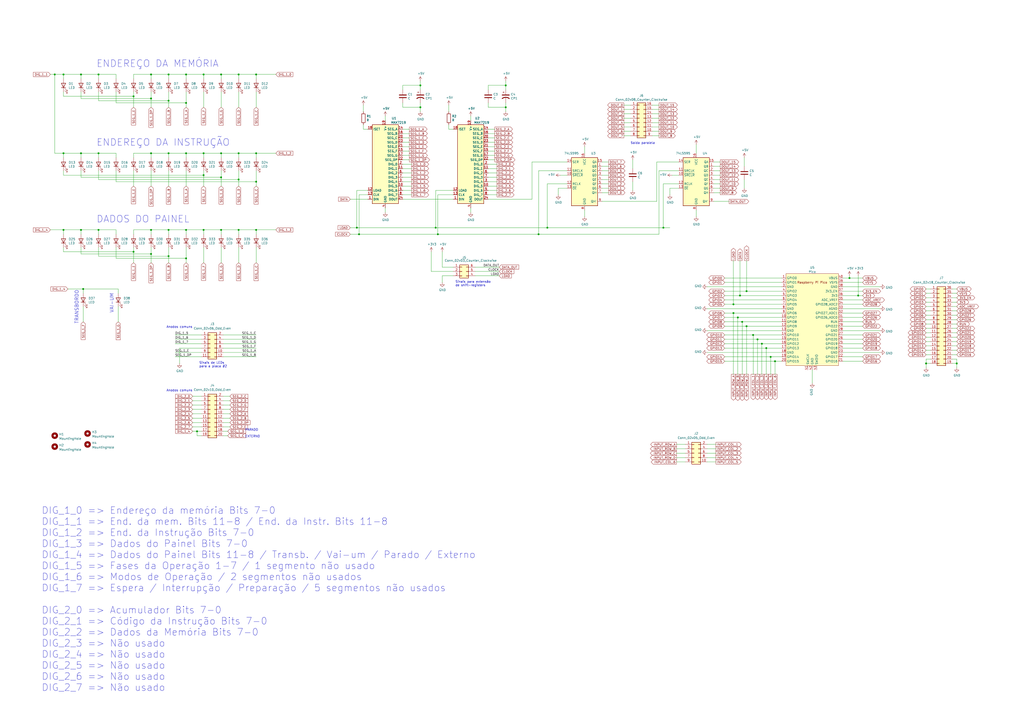
<source format=kicad_sch>
(kicad_sch (version 20211123) (generator eeschema)
  (paper "A2")
  (junction (at 97.79 58.42))
  (junction (at 128.27 43.18))
  (junction (at 46.99 133.35))
  (junction (at 138.43 104.14))
  (junction (at 57.15 43.18))
  (junction (at 87.63 43.18))
  (junction (at 107.95 43.18))
  (junction (at 128.27 102.87))
  (junction (at 138.43 88.9))
  (junction (at 107.95 133.35))
  (junction (at 118.11 133.35))
  (junction (at 57.15 133.35))
  (junction (at 77.47 55.88))
  (junction (at 87.63 133.35))
  (junction (at 384.81 132.08))
  (junction (at 97.79 88.9))
  (junction (at 97.79 43.18))
  (junction (at 293.37 62.23))
  (junction (at 77.47 146.05))
  (junction (at 36.83 43.18))
  (junction (at 447.04 207.01))
  (junction (at 48.26 167.64))
  (junction (at 436.88 194.31))
  (junction (at 148.59 133.35))
  (junction (at 31.75 43.18))
  (junction (at 46.99 43.18))
  (junction (at 449.58 209.55))
  (junction (at 427.99 184.15))
  (junction (at 138.43 133.35))
  (junction (at 87.63 88.9))
  (junction (at 425.45 181.61))
  (junction (at 114.3 250.19))
  (junction (at 317.5 132.08))
  (junction (at 57.15 88.9))
  (junction (at 148.59 43.18))
  (junction (at 433.07 168.91))
  (junction (at 107.95 59.69))
  (junction (at 312.42 135.89))
  (junction (at 497.84 171.45))
  (junction (at 128.27 88.9))
  (junction (at 97.79 133.35))
  (junction (at 492.76 161.29))
  (junction (at 36.83 133.35))
  (junction (at 148.59 105.41))
  (junction (at 439.42 196.85))
  (junction (at 252.73 132.08))
  (junction (at 243.84 62.23))
  (junction (at 254 135.89))
  (junction (at 293.37 49.53))
  (junction (at 429.26 171.45))
  (junction (at 118.11 43.18))
  (junction (at 128.27 133.35))
  (junction (at 148.59 88.9))
  (junction (at 441.96 199.39))
  (junction (at 107.95 149.86))
  (junction (at 433.07 189.23))
  (junction (at 208.28 135.89))
  (junction (at 138.43 43.18))
  (junction (at 118.11 88.9))
  (junction (at 87.63 57.15))
  (junction (at 107.95 88.9))
  (junction (at 118.11 101.6))
  (junction (at 425.45 176.53))
  (junction (at 97.79 148.59))
  (junction (at 430.53 186.69))
  (junction (at 243.84 49.53))
  (junction (at 444.5 201.93))
  (junction (at 87.63 147.32))
  (junction (at 46.99 88.9))
  (junction (at 207.01 132.08))
  (junction (at 36.83 88.9))
  (junction (at 554.99 210.82))
  (junction (at 537.21 210.82))
  (wire (pts (xy 148.59 91.44) (xy 148.59 88.9)))
  (wire (pts (xy 233.68 49.53) (xy 243.84 49.53)))
  (wire (pts (xy 537.21 177.8) (xy 539.75 177.8)))
  (wire (pts (xy 447.04 207.01) (xy 447.04 217.17)))
  (wire (pts (xy 283.21 85.09) (xy 287.02 85.09)))
  (wire (pts (xy 223.52 67.31) (xy 223.52 69.85)))
  (wire (pts (xy 250.19 146.05) (xy 250.19 157.48)))
  (wire (pts (xy 148.59 204.47) (xy 129.54 204.47)))
  (wire (pts (xy 104.14 201.93) (xy 116.84 201.93)))
  (wire (pts (xy 429.26 171.45) (xy 453.39 171.45)))
  (wire (pts (xy 118.11 107.95) (xy 118.11 101.6)))
  (wire (pts (xy 233.68 87.63) (xy 237.49 87.63)))
  (wire (pts (xy 36.83 143.51) (xy 36.83 146.05)))
  (wire (pts (xy 118.11 101.6) (xy 118.11 99.06)))
  (wire (pts (xy 133.35 240.03) (xy 129.54 240.03)))
  (wire (pts (xy 87.63 147.32) (xy 87.63 143.51)))
  (wire (pts (xy 431.8 91.44) (xy 431.8 96.52)))
  (wire (pts (xy 238.76 100.33) (xy 233.68 100.33)))
  (wire (pts (xy 243.84 49.53) (xy 243.84 46.99)))
  (wire (pts (xy 382.27 78.74) (xy 378.46 78.74)))
  (wire (pts (xy 114.3 250.19) (xy 114.3 252.73)))
  (wire (pts (xy 488.95 179.07) (xy 510.54 179.07)))
  (wire (pts (xy 148.59 135.89) (xy 148.59 133.35)))
  (wire (pts (xy 410.21 257.81) (xy 415.29 257.81)))
  (wire (pts (xy 97.79 43.18) (xy 107.95 43.18)))
  (wire (pts (xy 36.83 45.72) (xy 36.83 43.18)))
  (wire (pts (xy 31.75 43.18) (xy 31.75 88.9)))
  (wire (pts (xy 308.61 93.98) (xy 328.93 93.98)))
  (wire (pts (xy 128.27 91.44) (xy 128.27 88.9)))
  (wire (pts (xy 537.21 182.88) (xy 539.75 182.88)))
  (wire (pts (xy 46.99 57.15) (xy 87.63 57.15)))
  (wire (pts (xy 288.29 105.41) (xy 283.21 105.41)))
  (wire (pts (xy 382.27 60.96) (xy 378.46 60.96)))
  (wire (pts (xy 107.95 149.86) (xy 107.95 152.4)))
  (wire (pts (xy 77.47 135.89) (xy 77.47 133.35)))
  (wire (pts (xy 252.73 110.49) (xy 262.89 110.49)))
  (wire (pts (xy 552.45 203.2) (xy 554.99 203.2)))
  (wire (pts (xy 97.79 58.42) (xy 97.79 53.34)))
  (wire (pts (xy 439.42 196.85) (xy 453.39 196.85)))
  (wire (pts (xy 283.21 49.53) (xy 293.37 49.53)))
  (wire (pts (xy 433.07 189.23) (xy 433.07 217.17)))
  (wire (pts (xy 449.58 209.55) (xy 453.39 209.55)))
  (wire (pts (xy 488.95 161.29) (xy 492.76 161.29)))
  (wire (pts (xy 107.95 43.18) (xy 118.11 43.18)))
  (wire (pts (xy 233.68 77.47) (xy 237.49 77.47)))
  (wire (pts (xy 31.75 43.18) (xy 36.83 43.18)))
  (wire (pts (xy 367.03 92.71) (xy 367.03 97.79)))
  (wire (pts (xy 453.39 179.07) (xy 410.21 179.07)))
  (wire (pts (xy 210.82 60.96) (xy 210.82 64.77)))
  (wire (pts (xy 488.95 184.15) (xy 500.38 184.15)))
  (wire (pts (xy 97.79 133.35) (xy 107.95 133.35)))
  (wire (pts (xy 29.21 43.18) (xy 31.75 43.18)))
  (wire (pts (xy 539.75 170.18) (xy 537.21 170.18)))
  (wire (pts (xy 48.26 177.8) (xy 48.26 186.69)))
  (wire (pts (xy 361.95 71.12) (xy 365.76 71.12)))
  (wire (pts (xy 138.43 45.72) (xy 138.43 43.18)))
  (wire (pts (xy 382.27 68.58) (xy 378.46 68.58)))
  (wire (pts (xy 537.21 198.12) (xy 539.75 198.12)))
  (wire (pts (xy 129.54 242.57) (xy 133.35 242.57)))
  (wire (pts (xy 361.95 63.5) (xy 365.76 63.5)))
  (wire (pts (xy 539.75 175.26) (xy 537.21 175.26)))
  (wire (pts (xy 67.31 59.69) (xy 107.95 59.69)))
  (wire (pts (xy 36.83 133.35) (xy 46.99 133.35)))
  (wire (pts (xy 361.95 60.96) (xy 365.76 60.96)))
  (wire (pts (xy 554.99 200.66) (xy 552.45 200.66)))
  (wire (pts (xy 283.21 59.69) (xy 283.21 62.23)))
  (wire (pts (xy 203.2 115.57) (xy 213.36 115.57)))
  (wire (pts (xy 427.99 184.15) (xy 453.39 184.15)))
  (wire (pts (xy 353.06 106.68) (xy 349.25 106.68)))
  (wire (pts (xy 111.76 237.49) (xy 116.84 237.49)))
  (wire (pts (xy 384.81 132.08) (xy 384.81 106.68)))
  (wire (pts (xy 36.83 91.44) (xy 36.83 88.9)))
  (wire (pts (xy 537.21 193.04) (xy 539.75 193.04)))
  (wire (pts (xy 349.25 116.84) (xy 381 116.84)))
  (wire (pts (xy 417.83 111.76) (xy 414.02 111.76)))
  (wire (pts (xy 427.99 184.15) (xy 427.99 217.17)))
  (wire (pts (xy 410.21 262.89) (xy 415.29 262.89)))
  (wire (pts (xy 539.75 185.42) (xy 537.21 185.42)))
  (wire (pts (xy 68.58 170.18) (xy 68.58 167.64)))
  (wire (pts (xy 288.29 95.25) (xy 283.21 95.25)))
  (wire (pts (xy 67.31 99.06) (xy 67.31 105.41)))
  (wire (pts (xy 283.21 82.55) (xy 287.02 82.55)))
  (wire (pts (xy 208.28 113.03) (xy 213.36 113.03)))
  (wire (pts (xy 381 93.98) (xy 393.7 93.98)))
  (wire (pts (xy 283.21 74.93) (xy 287.02 74.93)))
  (wire (pts (xy 148.59 99.06) (xy 148.59 105.41)))
  (wire (pts (xy 537.21 187.96) (xy 539.75 187.96)))
  (wire (pts (xy 107.95 99.06) (xy 107.95 107.95)))
  (wire (pts (xy 317.5 132.08) (xy 317.5 106.68)))
  (wire (pts (xy 57.15 58.42) (xy 97.79 58.42)))
  (wire (pts (xy 118.11 43.18) (xy 128.27 43.18)))
  (wire (pts (xy 116.84 240.03) (xy 111.76 240.03)))
  (wire (pts (xy 207.01 110.49) (xy 213.36 110.49)))
  (wire (pts (xy 367.03 105.41) (xy 367.03 110.49)))
  (wire (pts (xy 420.37 181.61) (xy 425.45 181.61)))
  (wire (pts (xy 389.89 101.6) (xy 393.7 101.6)))
  (wire (pts (xy 46.99 91.44) (xy 46.99 88.9)))
  (wire (pts (xy 116.84 245.11) (xy 111.76 245.11)))
  (wire (pts (xy 101.6 207.01) (xy 116.84 207.01)))
  (wire (pts (xy 107.95 143.51) (xy 107.95 149.86)))
  (wire (pts (xy 403.86 125.73) (xy 403.86 121.92)))
  (wire (pts (xy 233.68 97.79) (xy 238.76 97.79)))
  (wire (pts (xy 111.76 250.19) (xy 114.3 250.19)))
  (wire (pts (xy 552.45 210.82) (xy 554.99 210.82)))
  (wire (pts (xy 223.52 120.65) (xy 223.52 123.19)))
  (wire (pts (xy 36.83 99.06) (xy 36.83 101.6)))
  (wire (pts (xy 128.27 102.87) (xy 128.27 99.06)))
  (wire (pts (xy 361.95 76.2) (xy 365.76 76.2)))
  (wire (pts (xy 488.95 199.39) (xy 500.38 199.39)))
  (wire (pts (xy 133.35 247.65) (xy 129.54 247.65)))
  (wire (pts (xy 420.37 161.29) (xy 453.39 161.29)))
  (wire (pts (xy 243.84 64.77) (xy 243.84 62.23)))
  (wire (pts (xy 554.99 185.42) (xy 552.45 185.42)))
  (wire (pts (xy 48.26 167.64) (xy 68.58 167.64)))
  (wire (pts (xy 353.06 99.06) (xy 349.25 99.06)))
  (wire (pts (xy 114.3 252.73) (xy 116.84 252.73)))
  (wire (pts (xy 132.08 252.73) (xy 129.54 252.73)))
  (wire (pts (xy 36.83 43.18) (xy 46.99 43.18)))
  (wire (pts (xy 382.27 76.2) (xy 378.46 76.2)))
  (wire (pts (xy 260.35 74.93) (xy 262.89 74.93)))
  (wire (pts (xy 288.29 110.49) (xy 283.21 110.49)))
  (wire (pts (xy 128.27 143.51) (xy 128.27 152.4)))
  (wire (pts (xy 238.76 110.49) (xy 233.68 110.49)))
  (wire (pts (xy 57.15 148.59) (xy 97.79 148.59)))
  (wire (pts (xy 87.63 133.35) (xy 97.79 133.35)))
  (wire (pts (xy 420.37 209.55) (xy 449.58 209.55)))
  (wire (pts (xy 392.43 260.35) (xy 397.51 260.35)))
  (wire (pts (xy 138.43 53.34) (xy 138.43 62.23)))
  (wire (pts (xy 433.07 189.23) (xy 453.39 189.23)))
  (wire (pts (xy 233.68 82.55) (xy 237.49 82.55)))
  (wire (pts (xy 539.75 210.82) (xy 537.21 210.82)))
  (wire (pts (xy 420.37 176.53) (xy 425.45 176.53)))
  (wire (pts (xy 539.75 190.5) (xy 537.21 190.5)))
  (wire (pts (xy 77.47 55.88) (xy 77.47 53.34)))
  (wire (pts (xy 420.37 194.31) (xy 436.88 194.31)))
  (wire (pts (xy 87.63 135.89) (xy 87.63 133.35)))
  (wire (pts (xy 425.45 217.17) (xy 425.45 181.61)))
  (wire (pts (xy 420.37 171.45) (xy 429.26 171.45)))
  (wire (pts (xy 118.11 45.72) (xy 118.11 43.18)))
  (wire (pts (xy 148.59 53.34) (xy 148.59 62.23)))
  (wire (pts (xy 293.37 62.23) (xy 293.37 59.69)))
  (wire (pts (xy 488.95 181.61) (xy 500.38 181.61)))
  (wire (pts (xy 283.21 62.23) (xy 293.37 62.23)))
  (wire (pts (xy 537.21 203.2) (xy 539.75 203.2)))
  (wire (pts (xy 420.37 201.93) (xy 444.5 201.93)))
  (wire (pts (xy 128.27 88.9) (xy 138.43 88.9)))
  (wire (pts (xy 87.63 152.4) (xy 87.63 147.32)))
  (wire (pts (xy 417.83 93.98) (xy 414.02 93.98)))
  (wire (pts (xy 129.54 237.49) (xy 133.35 237.49)))
  (wire (pts (xy 67.31 105.41) (xy 148.59 105.41)))
  (wire (pts (xy 323.85 109.22) (xy 328.93 109.22)))
  (wire (pts (xy 433.07 168.91) (xy 453.39 168.91)))
  (wire (pts (xy 361.95 66.04) (xy 365.76 66.04)))
  (wire (pts (xy 87.63 88.9) (xy 97.79 88.9)))
  (wire (pts (xy 273.05 120.65) (xy 273.05 123.19)))
  (wire (pts (xy 453.39 204.47) (xy 410.21 204.47)))
  (wire (pts (xy 210.82 74.93) (xy 213.36 74.93)))
  (wire (pts (xy 118.11 133.35) (xy 128.27 133.35)))
  (wire (pts (xy 46.99 143.51) (xy 46.99 147.32)))
  (wire (pts (xy 397.51 267.97) (xy 392.43 267.97)))
  (wire (pts (xy 262.89 113.03) (xy 254 113.03)))
  (wire (pts (xy 471.17 214.63) (xy 471.17 222.25)))
  (wire (pts (xy 238.76 95.25) (xy 233.68 95.25)))
  (wire (pts (xy 288.29 100.33) (xy 283.21 100.33)))
  (wire (pts (xy 87.63 62.23) (xy 87.63 57.15)))
  (wire (pts (xy 283.21 90.17) (xy 287.02 90.17)))
  (wire (pts (xy 254 135.89) (xy 312.42 135.89)))
  (wire (pts (xy 256.54 160.02) (xy 262.89 160.02)))
  (wire (pts (xy 293.37 49.53) (xy 293.37 46.99)))
  (wire (pts (xy 129.54 245.11) (xy 133.35 245.11)))
  (wire (pts (xy 392.43 262.89) (xy 397.51 262.89)))
  (wire (pts (xy 101.6 204.47) (xy 116.84 204.47)))
  (wire (pts (xy 101.6 196.85) (xy 116.84 196.85)))
  (wire (pts (xy 283.21 87.63) (xy 287.02 87.63)))
  (wire (pts (xy 238.76 105.41) (xy 233.68 105.41)))
  (wire (pts (xy 382.27 63.5) (xy 378.46 63.5)))
  (wire (pts (xy 453.39 166.37) (xy 410.21 166.37)))
  (wire (pts (xy 430.53 186.69) (xy 430.53 217.17)))
  (wire (pts (xy 429.26 151.13) (xy 429.26 171.45)))
  (wire (pts (xy 260.35 72.39) (xy 260.35 74.93)))
  (wire (pts (xy 208.28 135.89) (xy 208.28 113.03)))
  (wire (pts (xy 425.45 176.53) (xy 453.39 176.53)))
  (wire (pts (xy 97.79 45.72) (xy 97.79 43.18)))
  (wire (pts (xy 275.59 160.02) (xy 289.56 160.02)))
  (wire (pts (xy 283.21 113.03) (xy 288.29 113.03)))
  (wire (pts (xy 129.54 199.39) (xy 148.59 199.39)))
  (wire (pts (xy 101.6 194.31) (xy 116.84 194.31)))
  (wire (pts (xy 46.99 102.87) (xy 128.27 102.87)))
  (wire (pts (xy 107.95 133.35) (xy 118.11 133.35)))
  (wire (pts (xy 97.79 99.06) (xy 97.79 107.95)))
  (wire (pts (xy 77.47 99.06) (xy 77.47 107.95)))
  (wire (pts (xy 77.47 91.44) (xy 77.47 88.9)))
  (wire (pts (xy 441.96 199.39) (xy 441.96 217.17)))
  (wire (pts (xy 46.99 43.18) (xy 57.15 43.18)))
  (wire (pts (xy 128.27 107.95) (xy 128.27 102.87)))
  (wire (pts (xy 410.21 267.97) (xy 415.29 267.97)))
  (wire (pts (xy 77.47 62.23) (xy 77.47 55.88)))
  (wire (pts (xy 118.11 88.9) (xy 128.27 88.9)))
  (wire (pts (xy 554.99 190.5) (xy 552.45 190.5)))
  (wire (pts (xy 129.54 207.01) (xy 148.59 207.01)))
  (wire (pts (xy 107.95 135.89) (xy 107.95 133.35)))
  (wire (pts (xy 111.76 247.65) (xy 116.84 247.65)))
  (wire (pts (xy 312.42 99.06) (xy 328.93 99.06)))
  (wire (pts (xy 116.84 234.95) (xy 111.76 234.95)))
  (wire (pts (xy 554.99 180.34) (xy 552.45 180.34)))
  (wire (pts (xy 233.68 92.71) (xy 237.49 92.71)))
  (wire (pts (xy 382.27 135.89) (xy 312.42 135.89)))
  (wire (pts (xy 67.31 43.18) (xy 67.31 45.72)))
  (wire (pts (xy 36.83 55.88) (xy 77.47 55.88)))
  (wire (pts (xy 488.95 191.77) (xy 510.54 191.77)))
  (wire (pts (xy 148.59 105.41) (xy 148.59 107.95)))
  (wire (pts (xy 537.21 208.28) (xy 539.75 208.28)))
  (wire (pts (xy 77.47 152.4) (xy 77.47 146.05)))
  (wire (pts (xy 554.99 195.58) (xy 552.45 195.58)))
  (wire (pts (xy 46.99 135.89) (xy 46.99 133.35)))
  (wire (pts (xy 554.99 175.26) (xy 552.45 175.26)))
  (wire (pts (xy 339.09 125.73) (xy 339.09 121.92)))
  (wire (pts (xy 233.68 90.17) (xy 237.49 90.17)))
  (wire (pts (xy 444.5 201.93) (xy 453.39 201.93)))
  (wire (pts (xy 87.63 91.44) (xy 87.63 88.9)))
  (wire (pts (xy 361.95 68.58) (xy 365.76 68.58)))
  (wire (pts (xy 353.06 111.76) (xy 349.25 111.76)))
  (wire (pts (xy 537.21 167.64) (xy 539.75 167.64)))
  (wire (pts (xy 436.88 194.31) (xy 436.88 217.17)))
  (wire (pts (xy 207.01 132.08) (xy 207.01 110.49)))
  (wire (pts (xy 293.37 52.07) (xy 293.37 49.53)))
  (wire (pts (xy 497.84 160.02) (xy 497.84 171.45)))
  (wire (pts (xy 148.59 133.35) (xy 160.02 133.35)))
  (wire (pts (xy 552.45 193.04) (xy 554.99 193.04)))
  (wire (pts (xy 46.99 53.34) (xy 46.99 57.15)))
  (wire (pts (xy 97.79 135.89) (xy 97.79 133.35)))
  (wire (pts (xy 67.31 149.86) (xy 107.95 149.86)))
  (wire (pts (xy 107.95 91.44) (xy 107.95 88.9)))
  (wire (pts (xy 233.68 115.57) (xy 262.89 115.57)))
  (wire (pts (xy 414.02 116.84) (xy 422.91 116.84)))
  (wire (pts (xy 128.27 133.35) (xy 138.43 133.35)))
  (wire (pts (xy 36.83 146.05) (xy 77.47 146.05)))
  (wire (pts (xy 361.95 73.66) (xy 365.76 73.66)))
  (wire (pts (xy 552.45 182.88) (xy 554.99 182.88)))
  (wire (pts (xy 283.21 52.07) (xy 283.21 49.53)))
  (wire (pts (xy 444.5 201.93) (xy 444.5 217.17)))
  (wire (pts (xy 417.83 99.06) (xy 414.02 99.06)))
  (wire (pts (xy 497.84 171.45) (xy 488.95 171.45)))
  (wire (pts (xy 488.95 196.85) (xy 500.38 196.85)))
  (wire (pts (xy 129.54 250.19) (xy 132.08 250.19)))
  (wire (pts (xy 497.84 171.45) (xy 500.38 171.45)))
  (wire (pts (xy 233.68 52.07) (xy 233.68 49.53)))
  (wire (pts (xy 410.21 265.43) (xy 415.29 265.43)))
  (wire (pts (xy 48.26 167.64) (xy 39.37 167.64)))
  (wire (pts (xy 425.45 181.61) (xy 453.39 181.61)))
  (wire (pts (xy 293.37 64.77) (xy 293.37 62.23)))
  (wire (pts (xy 552.45 205.74) (xy 554.99 205.74)))
  (wire (pts (xy 138.43 43.18) (xy 148.59 43.18)))
  (wire (pts (xy 420.37 168.91) (xy 433.07 168.91)))
  (wire (pts (xy 488.95 201.93) (xy 500.38 201.93)))
  (wire (pts (xy 433.07 151.13) (xy 433.07 168.91)))
  (wire (pts (xy 260.35 60.96) (xy 260.35 64.77)))
  (wire (pts (xy 488.95 204.47) (xy 510.54 204.47)))
  (wire (pts (xy 420.37 163.83) (xy 453.39 163.83)))
  (wire (pts (xy 129.54 229.87) (xy 133.35 229.87)))
  (wire (pts (xy 420.37 199.39) (xy 441.96 199.39)))
  (wire (pts (xy 233.68 107.95) (xy 238.76 107.95)))
  (wire (pts (xy 256.54 163.83) (xy 256.54 160.02)))
  (wire (pts (xy 97.79 152.4) (xy 97.79 148.59)))
  (wire (pts (xy 353.06 96.52) (xy 349.25 96.52)))
  (wire (pts (xy 417.83 96.52) (xy 414.02 96.52)))
  (wire (pts (xy 46.99 133.35) (xy 57.15 133.35)))
  (wire (pts (xy 243.84 52.07) (xy 243.84 49.53)))
  (wire (pts (xy 382.27 66.04) (xy 378.46 66.04)))
  (wire (pts (xy 492.76 161.29) (xy 492.76 160.02)))
  (wire (pts (xy 488.95 166.37) (xy 510.54 166.37)))
  (wire (pts (xy 554.99 210.82) (xy 554.99 213.36)))
  (wire (pts (xy 77.47 146.05) (xy 77.47 143.51)))
  (wire (pts (xy 36.83 88.9) (xy 46.99 88.9)))
  (wire (pts (xy 128.27 135.89) (xy 128.27 133.35)))
  (wire (pts (xy 128.27 43.18) (xy 138.43 43.18)))
  (wire (pts (xy 323.85 113.03) (xy 323.85 109.22)))
  (wire (pts (xy 46.99 45.72) (xy 46.99 43.18)))
  (wire (pts (xy 317.5 132.08) (xy 384.81 132.08)))
  (wire (pts (xy 36.83 53.34) (xy 36.83 55.88)))
  (wire (pts (xy 552.45 172.72) (xy 554.99 172.72)))
  (wire (pts (xy 233.68 59.69) (xy 233.68 62.23)))
  (wire (pts (xy 283.21 102.87) (xy 288.29 102.87)))
  (wire (pts (xy 87.63 57.15) (xy 87.63 53.34)))
  (wire (pts (xy 537.21 172.72) (xy 539.75 172.72)))
  (wire (pts (xy 382.27 71.12) (xy 378.46 71.12)))
  (wire (pts (xy 57.15 133.35) (xy 67.31 133.35)))
  (wire (pts (xy 138.43 133.35) (xy 148.59 133.35)))
  (wire (pts (xy 488.95 168.91) (xy 500.38 168.91)))
  (wire (pts (xy 210.82 72.39) (xy 210.82 74.93)))
  (wire (pts (xy 417.83 109.22) (xy 414.02 109.22)))
  (wire (pts (xy 148.59 45.72) (xy 148.59 43.18)))
  (wire (pts (xy 439.42 196.85) (xy 439.42 217.17)))
  (wire (pts (xy 57.15 99.06) (xy 57.15 104.14)))
  (wire (pts (xy 138.43 91.44) (xy 138.43 88.9)))
  (wire (pts (xy 114.3 250.19) (xy 116.84 250.19)))
  (wire (pts (xy 256.54 154.94) (xy 262.89 154.94)))
  (wire (pts (xy 353.06 109.22) (xy 349.25 109.22)))
  (wire (pts (xy 353.06 93.98) (xy 349.25 93.98)))
  (wire (pts (xy 203.2 135.89) (xy 208.28 135.89)))
  (wire (pts (xy 273.05 67.31) (xy 273.05 69.85)))
  (wire (pts (xy 283.21 77.47) (xy 287.02 77.47)))
  (wire (pts (xy 207.01 132.08) (xy 252.73 132.08)))
  (wire (pts (xy 392.43 257.81) (xy 397.51 257.81)))
  (wire (pts (xy 537.21 210.82) (xy 537.21 213.36)))
  (wire (pts (xy 539.75 200.66) (xy 537.21 200.66)))
  (wire (pts (xy 488.95 173.99) (xy 500.38 173.99)))
  (wire (pts (xy 289.56 157.48) (xy 275.59 157.48)))
  (wire (pts (xy 128.27 53.34) (xy 128.27 62.23)))
  (wire (pts (xy 410.21 260.35) (xy 415.29 260.35)))
  (wire (pts (xy 552.45 208.28) (xy 554.99 208.28)))
  (wire (pts (xy 425.45 151.13) (xy 425.45 176.53)))
  (wire (pts (xy 393.7 99.06) (xy 382.27 99.06)))
  (wire (pts (xy 129.54 234.95) (xy 133.35 234.95)))
  (wire (pts (xy 243.84 62.23) (xy 243.84 59.69)))
  (wire (pts (xy 353.06 101.6) (xy 349.25 101.6)))
  (wire (pts (xy 138.43 88.9) (xy 148.59 88.9)))
  (wire (pts (xy 552.45 187.96) (xy 554.99 187.96)))
  (wire (pts (xy 488.95 176.53) (xy 500.38 176.53)))
  (wire (pts (xy 361.95 78.74) (xy 365.76 78.74)))
  (wire (pts (xy 388.62 109.22) (xy 393.7 109.22)))
  (wire (pts (xy 67.31 53.34) (xy 67.31 59.69)))
  (wire (pts (xy 436.88 194.31) (xy 453.39 194.31)))
  (wire (pts (xy 325.12 101.6) (xy 328.93 101.6)))
  (wire (pts (xy 31.75 88.9) (xy 36.83 88.9)))
  (wire (pts (xy 254 113.03) (xy 254 135.89)))
  (wire (pts (xy 254 135.89) (xy 208.28 135.89)))
  (wire (pts (xy 552.45 170.18) (xy 554.99 170.18)))
  (wire (pts (xy 252.73 132.08) (xy 252.73 110.49)))
  (wire (pts (xy 233.68 74.93) (xy 237.49 74.93)))
  (wire (pts (xy 67.31 88.9) (xy 67.31 91.44)))
  (wire (pts (xy 57.15 53.34) (xy 57.15 58.42)))
  (wire (pts (xy 57.15 43.18) (xy 67.31 43.18)))
  (wire (pts (xy 128.27 45.72) (xy 128.27 43.18)))
  (wire (pts (xy 57.15 135.89) (xy 57.15 133.35)))
  (wire (pts (xy 87.63 45.72) (xy 87.63 43.18)))
  (wire (pts (xy 431.8 104.14) (xy 431.8 109.22)))
  (wire (pts (xy 488.95 189.23) (xy 500.38 189.23)))
  (wire (pts (xy 138.43 143.51) (xy 138.43 152.4)))
  (wire (pts (xy 233.68 102.87) (xy 238.76 102.87)))
  (wire (pts (xy 57.15 91.44) (xy 57.15 88.9)))
  (wire (pts (xy 107.95 59.69) (xy 107.95 62.23)))
  (wire (pts (xy 537.21 205.74) (xy 539.75 205.74)))
  (wire (pts (xy 417.83 106.68) (xy 414.02 106.68)))
  (wire (pts (xy 57.15 88.9) (xy 67.31 88.9)))
  (wire (pts (xy 283.21 115.57) (xy 308.61 115.57)))
  (wire (pts (xy 430.53 186.69) (xy 453.39 186.69)))
  (wire (pts (xy 77.47 43.18) (xy 87.63 43.18)))
  (wire (pts (xy 87.63 99.06) (xy 87.63 107.95)))
  (wire (pts (xy 353.06 104.14) (xy 349.25 104.14)))
  (wire (pts (xy 283.21 92.71) (xy 287.02 92.71)))
  (wire (pts (xy 77.47 88.9) (xy 87.63 88.9)))
  (wire (pts (xy 148.59 143.51) (xy 148.59 152.4)))
  (wire (pts (xy 492.76 161.29) (xy 500.38 161.29)))
  (wire (pts (xy 77.47 133.35) (xy 87.63 133.35)))
  (wire (pts (xy 129.54 201.93) (xy 148.59 201.93)))
  (wire (pts (xy 107.95 45.72) (xy 107.95 43.18)))
  (wire (pts (xy 256.54 146.05) (xy 256.54 154.94)))
  (wire (pts (xy 275.59 154.94) (xy 289.56 154.94)))
  (wire (pts (xy 308.61 115.57) (xy 308.61 93.98)))
  (wire (pts (xy 283.21 80.01) (xy 287.02 80.01)))
  (wire (pts (xy 417.83 104.14) (xy 414.02 104.14)))
  (wire (pts (xy 48.26 170.18) (xy 48.26 167.64)))
  (wire (pts (xy 46.99 147.32) (xy 87.63 147.32)))
  (wire (pts (xy 36.83 101.6) (xy 118.11 101.6)))
  (wire (pts (xy 77.47 45.72) (xy 77.47 43.18)))
  (wire (pts (xy 262.89 157.48) (xy 250.19 157.48)))
  (wire (pts (xy 488.95 209.55) (xy 500.38 209.55)))
  (wire (pts (xy 97.79 91.44) (xy 97.79 88.9)))
  (wire (pts (xy 417.83 101.6) (xy 414.02 101.6)))
  (wire (pts (xy 97.79 88.9) (xy 107.95 88.9)))
  (wire (pts (xy 111.76 229.87) (xy 116.84 229.87)))
  (wire (pts (xy 312.42 135.89) (xy 312.42 99.06)))
  (wire (pts (xy 382.27 99.06) (xy 382.27 135.89)))
  (wire (pts (xy 104.14 201.93) (xy 104.14 210.82)))
  (wire (pts (xy 552.45 167.64) (xy 554.99 167.64)))
  (wire (pts (xy 488.95 186.69) (xy 500.38 186.69)))
  (wire (pts (xy 420.37 207.01) (xy 447.04 207.01)))
  (wire (pts (xy 233.68 80.01) (xy 237.49 80.01)))
  (wire (pts (xy 488.95 194.31) (xy 500.38 194.31)))
  (wire (pts (xy 447.04 207.01) (xy 453.39 207.01)))
  (wire (pts (xy 388.62 109.22) (xy 388.62 113.03)))
  (wire (pts (xy 552.45 198.12) (xy 554.99 198.12)))
  (wire (pts (xy 420.37 184.15) (xy 427.99 184.15)))
  (wire (pts (xy 488.95 163.83) (xy 500.38 163.83)))
  (wire (pts (xy 46.99 88.9) (xy 57.15 88.9)))
  (wire (pts (xy 381 116.84) (xy 381 93.98)))
  (wire (pts (xy 539.75 180.34) (xy 537.21 180.34)))
  (wire (pts (xy 537.21 210.82) (xy 537.21 208.28)))
  (wire (pts (xy 118.11 53.34) (xy 118.11 62.23)))
  (wire (pts (xy 283.21 107.95) (xy 288.29 107.95)))
  (wire (pts (xy 67.31 133.35) (xy 67.31 135.89)))
  (wire (pts (xy 97.79 62.23) (xy 97.79 58.42)))
  (wire (pts (xy 57.15 45.72) (xy 57.15 43.18)))
  (wire (pts (xy 87.63 43.18) (xy 97.79 43.18)))
  (wire (pts (xy 118.11 135.89) (xy 118.11 133.35)))
  (wire (pts (xy 67.31 143.51) (xy 67.31 149.86)))
  (wire (pts (xy 420.37 189.23) (xy 433.07 189.23)))
  (wire (pts (xy 233.68 62.23) (xy 243.84 62.23)))
  (wire (pts (xy 233.68 85.09) (xy 237.49 85.09)))
  (wire (pts (xy 488.95 207.01) (xy 500.38 207.01)))
  (wire (pts (xy 453.39 191.77) (xy 410.21 191.77)))
  (wire (pts (xy 554.99 208.28) (xy 554.99 210.82)))
  (wire (pts (xy 449.58 209.55) (xy 449.58 217.17)))
  (wire (pts (xy 68.58 177.8) (xy 68.58 186.69)))
  (wire (pts (xy 138.43 104.14) (xy 138.43 99.06)))
  (wire (pts (xy 36.83 135.89) (xy 36.83 133.35)))
  (wire (pts (xy 392.43 265.43) (xy 397.51 265.43)))
  (wire (pts (xy 148.59 196.85) (xy 129.54 196.85)))
  (wire (pts (xy 339.09 85.09) (xy 339.09 88.9)))
  (wire (pts (xy 252.73 132.08) (xy 317.5 132.08)))
  (wire (pts (xy 101.6 199.39) (xy 116.84 199.39)))
  (wire (pts (xy 111.76 232.41) (xy 116.84 232.41)))
  (wire (pts (xy 57.15 104.14) (xy 138.43 104.14)))
  (wire (pts (xy 46.99 99.06) (xy 46.99 102.87)))
  (wire (pts (xy 148.59 88.9) (xy 160.02 88.9)))
  (wire (pts (xy 129.54 194.31) (xy 148.59 194.31)))
  (wire (pts (xy 107.95 88.9) (xy 118.11 88.9)))
  (wire (pts (xy 552.45 177.8) (xy 554.99 177.8)))
  (wire (pts (xy 29.21 133.35) (xy 36.83 133.35)))
  (wire (pts (xy 97.79 148.59) (xy 97.79 143.51)))
  (wire (pts (xy 382.27 73.66) (xy 378.46 73.66)))
  (wire (pts (xy 317.5 106.68) (xy 328.93 106.68)))
  (wire (pts (xy 384.81 132.08) (xy 388.62 132.08)))
  (wire (pts (xy 118.11 91.44) (xy 118.11 88.9)))
  (wire (pts (xy 133.35 232.41) (xy 129.54 232.41)))
  (wire (pts (xy 57.15 143.51) (xy 57.15 148.59)))
  (wire (pts (xy 539.75 195.58) (xy 537.21 195.58)))
  (wire (pts (xy 403.86 83.82) (xy 403.86 88.9)))
  (wire (pts (xy 138.43 135.89) (xy 138.43 133.35)))
  (wire (pts (xy 148.59 43.18) (xy 160.02 43.18)))
  (wire (pts (xy 420.37 196.85) (xy 439.42 196.85)))
  (wire (pts (xy 203.2 132.08) (xy 207.01 132.08)))
  (wire (pts (xy 384.81 106.68) (xy 393.7 106.68)))
  (wire (pts (xy 111.76 242.57) (xy 116.84 242.57)))
  (wire (pts (xy 118.11 143.51) (xy 118.11 152.4)))
  (wire (pts (xy 138.43 107.95) (xy 138.43 104.14)))
  (wire (pts (xy 107.95 53.34) (xy 107.95 59.69)))
  (wire (pts (xy 283.21 97.79) (xy 288.29 97.79)))
  (wire (pts (xy 420.37 186.69) (xy 430.53 186.69)))
  (wire (pts (xy 420.37 173.99) (xy 453.39 173.99)))
  (wire (pts (xy 441.96 199.39) (xy 453.39 199.39)))
  (wire (pts (xy 233.68 113.03) (xy 238.76 113.03)))
  (text "VAI-UM" (at 66.04 181.61 90) (effects (font (size 2.0066 2.0066)) (justify left bottom)))
  (text "ENDEREÇO DA INSTRUÇÃO" (at 55.88 85.09 0) (effects (font (size 3.9878 3.9878)) (justify left bottom)))
  (text "EXTERNO" (at 142.24 254 0) (effects (font (size 1.27 1.27)) (justify left bottom)))
  (text "PARADO" (at 142.24 250.19 0) (effects (font (size 1.27 1.27)) (justify left bottom)))
  (text "Sinais para extensão\nde shift-registers" (at 264.16 166.37 0) (effects (font (size 1.27 1.27)) (justify left bottom)))
  (text "Sinais de LEDs\npara a placa #2" (at 115.57 213.36 0) (effects (font (size 1.27 1.27)) (justify left bottom)))
  (text "Saída paralela" (at 365.76 83.82 0) (effects (font (size 1.27 1.27)) (justify left bottom)))
  (text "Anodos comuns" (at 96.52 227.33 0) (effects (font (size 1.27 1.27)) (justify left bottom)))
  (text "Anodos comuns" (at 96.52 190.5 0) (effects (font (size 1.27 1.27)) (justify left bottom)))
  (text "DADOS DO PAINEL" (at 55.88 129.54 0) (effects (font (size 3.9878 3.9878)) (justify left bottom)))
  (text "ENDEREÇO DA MEMÓRIA" (at 55.88 39.37 0) (effects (font (size 3.9878 3.9878)) (justify left bottom)))
  (text "TRANSBORDO" (at 45.72 187.96 90) (effects (font (size 2.0066 2.0066)) (justify left bottom)))
  (text "DIG_1_0 => Endereço da memória Bits 7-0\nDIG_1_1 => End. da mem. Bits 11-8 / End. da Instr. Bits 11-8\nDIG_1_2 => End. da Instrução Bits 7-0\nDIG_1_3 => Dados do Painel Bits 7-0\nDIG_1_4 => Dados do Painel Bits 11-8 / Transb. / Vai-um / Parado / Externo\nDIG_1_5 => Fases da Operação 1-7 / 1 segmento não usado\nDIG_1_6 => Modos de Operação / 2 segmentos não usados\nDIG_1_7 => Espera / Interrupção / Preparação / 5 segmentos não usados\n\nDIG_2_0 => Acumulador Bits 7-0\nDIG_2_1 => Código da Instrução Bits 7-0\nDIG_2_2 => Dados da Memória Bits 7-0\nDIG_2_3 => Não usado\nDIG_2_4 => Não usado\nDIG_2_5 => Não usado\nDIG_2_6 => Não usado\nDIG_2_7 => Não usado" (at 24.13 401.32 0) (effects (font (size 3.9878 3.9878)) (justify left bottom)))
  (label "DATA_OUT" (at 289.56 154.94 180))
  (label "SEG_1_G" (at 148.59 199.39 180))
  (label "SEG_1_E" (at 101.6 204.47 0))
  (label "CLOCK" (at 289.56 157.48 180))
  (label "DIG_1_6" (at 101.6 196.85 0))
  (label "SEG_1_F" (at 148.59 201.93 180))
  (label "SEG_1_DP" (at 101.6 207.01 0))
  (label "DIG_1_7" (at 101.6 199.39 0))
  (label "SEG_1_A" (at 148.59 204.47 180))
  (label "SEG_1_D" (at 148.59 196.85 180))
  (label "SEG_1_B" (at 148.59 207.01 180))
  (label "DIG_1_5" (at 101.6 194.31 0))
  (label "SEG_1_C" (at 148.59 194.31 180))
  (label "LOAD" (at 289.56 160.02 180))
  (global_label "SEG_1_G" (shape output) (at 237.49 90.17 0) (property "Intersheet References" "${INTERSHEET_REFS}" (effects hide)))
  (global_label "DIG_2_4" (shape input) (at 111.76 240.03 180) (property "Intersheet References" "${INTERSHEET_REFS}" (effects hide)))
  (global_label "GPIO10" (shape bidirectional) (at 420.37 194.31 180) (property "Intersheet References" "${INTERSHEET_REFS}" (effects hide)))
  (global_label "SEG_2_DP" (shape output) (at 287.02 92.71 0) (property "Intersheet References" "${INTERSHEET_REFS}" (effects hide)))
  (global_label "SEG_1_F" (shape input) (at 48.26 186.69 270) (property "Intersheet References" "${INTERSHEET_REFS}" (effects hide)))
  (global_label "DIG_1_4" (shape output) (at 238.76 105.41 0) (property "Intersheet References" "${INTERSHEET_REFS}" (effects hide)))
  (global_label "SEG_2_C" (shape output) (at 287.02 80.01 0) (property "Intersheet References" "${INTERSHEET_REFS}" (effects hide)))
  (global_label "GPIO14" (shape bidirectional) (at 537.21 203.2 180) (property "Intersheet References" "${INTERSHEET_REFS}" (effects hide)))
  (global_label "DIG_1_5" (shape output) (at 238.76 107.95 0) (property "Intersheet References" "${INTERSHEET_REFS}" (effects hide)))
  (global_label "DOUT_15" (shape output) (at 417.83 93.98 0) (property "Intersheet References" "${INTERSHEET_REFS}" (effects hide)))
  (global_label "INPUT_ROW_B" (shape output) (at 427.99 217.17 270) (property "Intersheet References" "${INTERSHEET_REFS}" (effects hide)))
  (global_label "INPUT_ROW_C" (shape output) (at 392.43 262.89 180) (property "Intersheet References" "${INTERSHEET_REFS}" (effects hide)))
  (global_label "DOUT_9" (shape output) (at 417.83 109.22 0) (property "Intersheet References" "${INTERSHEET_REFS}" (effects hide)))
  (global_label "SEG_2_D" (shape input) (at 133.35 232.41 0) (property "Intersheet References" "${INTERSHEET_REFS}" (effects hide)))
  (global_label "SEG_1_DP" (shape input) (at 87.63 62.23 270) (property "Intersheet References" "${INTERSHEET_REFS}" (effects hide)))
  (global_label "SEG_1_E" (shape input) (at 77.47 152.4 270) (property "Intersheet References" "${INTERSHEET_REFS}" (effects hide)))
  (global_label "GPIO27" (shape bidirectional) (at 500.38 181.61 0) (property "Intersheet References" "${INTERSHEET_REFS}" (effects hide)))
  (global_label "DATA_OUT" (shape output) (at 422.91 116.84 0) (property "Intersheet References" "${INTERSHEET_REFS}" (effects hide)))
  (global_label "SEG_2_A" (shape input) (at 133.35 240.03 0) (property "Intersheet References" "${INTERSHEET_REFS}" (effects hide)))
  (global_label "DATA_OUT" (shape input) (at 289.56 154.94 0) (property "Intersheet References" "${INTERSHEET_REFS}" (effects hide)))
  (global_label "INPUT_ROW_D" (shape output) (at 433.07 217.17 270) (property "Intersheet References" "${INTERSHEET_REFS}" (effects hide)))
  (global_label "GPIO18" (shape bidirectional) (at 554.99 200.66 0) (property "Intersheet References" "${INTERSHEET_REFS}" (effects hide)))
  (global_label "DOUT_0" (shape output) (at 361.95 60.96 180) (property "Intersheet References" "${INTERSHEET_REFS}" (effects hide)))
  (global_label "3V3" (shape bidirectional) (at 554.99 175.26 0) (property "Intersheet References" "${INTERSHEET_REFS}" (effects hide)))
  (global_label "DIG_1_4" (shape input) (at 39.37 167.64 180) (property "Intersheet References" "${INTERSHEET_REFS}" (effects hide)))
  (global_label "SEG_1_DP" (shape input) (at 87.63 152.4 270) (property "Intersheet References" "${INTERSHEET_REFS}" (effects hide)))
  (global_label "DOUT_2" (shape output) (at 353.06 106.68 0) (property "Intersheet References" "${INTERSHEET_REFS}" (effects hide)))
  (global_label "LOAD" (shape input) (at 203.2 132.08 180) (property "Intersheet References" "${INTERSHEET_REFS}" (effects hide)))
  (global_label "INPUT_COL_5" (shape output) (at 447.04 217.17 270) (property "Intersheet References" "${INTERSHEET_REFS}" (effects hide)))
  (global_label "DIG_1_7" (shape output) (at 238.76 113.03 0) (property "Intersheet References" "${INTERSHEET_REFS}" (effects hide)))
  (global_label "DIG_2_2" (shape input) (at 111.76 234.95 180) (property "Intersheet References" "${INTERSHEET_REFS}" (effects hide)))
  (global_label "GPIO26" (shape bidirectional) (at 500.38 184.15 0) (property "Intersheet References" "${INTERSHEET_REFS}" (effects hide)))
  (global_label "GPIO13" (shape bidirectional) (at 420.37 201.93 180) (property "Intersheet References" "${INTERSHEET_REFS}" (effects hide)))
  (global_label "GPIO0" (shape bidirectional) (at 420.37 161.29 180) (property "Intersheet References" "${INTERSHEET_REFS}" (effects hide)))
  (global_label "GPIO9" (shape bidirectional) (at 537.21 190.5 180) (property "Intersheet References" "${INTERSHEET_REFS}" (effects hide)))
  (global_label "DOUT_6" (shape output) (at 353.06 96.52 0) (property "Intersheet References" "${INTERSHEET_REFS}" (effects hide)))
  (global_label "SEG_1_D" (shape input) (at 138.43 62.23 270) (property "Intersheet References" "${INTERSHEET_REFS}" (effects hide)))
  (global_label "DOUT_4" (shape output) (at 353.06 101.6 0) (property "Intersheet References" "${INTERSHEET_REFS}" (effects hide)))
  (global_label "GPIO12" (shape bidirectional) (at 420.37 199.39 180) (property "Intersheet References" "${INTERSHEET_REFS}" (effects hide)))
  (global_label "SEG_1_B" (shape input) (at 97.79 152.4 270) (property "Intersheet References" "${INTERSHEET_REFS}" (effects hide)))
  (global_label "GPIO12" (shape bidirectional) (at 537.21 198.12 180) (property "Intersheet References" "${INTERSHEET_REFS}" (effects hide)))
  (global_label "SEG_2_A" (shape output) (at 287.02 74.93 0) (property "Intersheet References" "${INTERSHEET_REFS}" (effects hide)))
  (global_label "DIG_2_3" (shape output) (at 288.29 102.87 0) (property "Intersheet References" "${INTERSHEET_REFS}" (effects hide)))
  (global_label "GPIO11" (shape bidirectional) (at 420.37 196.85 180) (property "Intersheet References" "${INTERSHEET_REFS}" (effects hide)))
  (global_label "GPIO7" (shape bidirectional) (at 537.21 185.42 180) (property "Intersheet References" "${INTERSHEET_REFS}" (effects hide)))
  (global_label "DIG_2_4" (shape output) (at 288.29 105.41 0) (property "Intersheet References" "${INTERSHEET_REFS}" (effects hide)))
  (global_label "DOUT_14" (shape output) (at 382.27 63.5 0) (property "Intersheet References" "${INTERSHEET_REFS}" (effects hide)))
  (global_label "DOUT_13" (shape output) (at 382.27 66.04 0) (property "Intersheet References" "${INTERSHEET_REFS}" (effects hide)))
  (global_label "DOUT_4" (shape output) (at 361.95 71.12 180) (property "Intersheet References" "${INTERSHEET_REFS}" (effects hide)))
  (global_label "GPIO1" (shape bidirectional) (at 420.37 163.83 180) (property "Intersheet References" "${INTERSHEET_REFS}" (effects hide)))
  (global_label "DIG_2_6" (shape input) (at 111.76 245.11 180) (property "Intersheet References" "${INTERSHEET_REFS}" (effects hide)))
  (global_label "DIG_2_1" (shape output) (at 288.29 97.79 0) (property "Intersheet References" "${INTERSHEET_REFS}" (effects hide)))
  (global_label "INPUT_COL_5" (shape output) (at 415.29 267.97 0) (property "Intersheet References" "${INTERSHEET_REFS}" (effects hide)))
  (global_label "SEG_2_F" (shape output) (at 287.02 87.63 0) (property "Intersheet References" "${INTERSHEET_REFS}" (effects hide)))
  (global_label "DIG_2_3" (shape input) (at 111.76 237.49 180) (property "Intersheet References" "${INTERSHEET_REFS}" (effects hide)))
  (global_label "GPIO17" (shape bidirectional) (at 554.99 203.2 0) (property "Intersheet References" "${INTERSHEET_REFS}" (effects hide)))
  (global_label "LOAD" (shape output) (at 425.45 151.13 90) (property "Intersheet References" "${INTERSHEET_REFS}" (effects hide)))
  (global_label "DOUT_5" (shape output) (at 353.06 99.06 0) (property "Intersheet References" "${INTERSHEET_REFS}" (effects hide)))
  (global_label "GPIO3" (shape bidirectional) (at 537.21 175.26 180) (property "Intersheet References" "${INTERSHEET_REFS}" (effects hide)))
  (global_label "SEG_2_G" (shape input) (at 133.35 234.95 0) (property "Intersheet References" "${INTERSHEET_REFS}" (effects hide)))
  (global_label "GPIO20" (shape bidirectional) (at 500.38 196.85 0) (property "Intersheet References" "${INTERSHEET_REFS}" (effects hide)))
  (global_label "GPIO15" (shape bidirectional) (at 420.37 209.55 180) (property "Intersheet References" "${INTERSHEET_REFS}" (effects hide)))
  (global_label "DIG_1_1" (shape input) (at 29.21 43.18 180) (property "Intersheet References" "${INTERSHEET_REFS}" (effects hide)))
  (global_label "GPIO28" (shape bidirectional) (at 554.99 180.34 0) (property "Intersheet References" "${INTERSHEET_REFS}" (effects hide)))
  (global_label "DIG_1_3" (shape output) (at 238.76 102.87 0) (property "Intersheet References" "${INTERSHEET_REFS}" (effects hide)))
  (global_label "GPIO21" (shape bidirectional) (at 554.99 193.04 0) (property "Intersheet References" "${INTERSHEET_REFS}" (effects hide)))
  (global_label "VSYS" (shape bidirectional) (at 554.99 170.18 0) (property "Intersheet References" "${INTERSHEET_REFS}" (effects hide)))
  (global_label "SEG_2_DP" (shape input) (at 133.35 245.11 0) (property "Intersheet References" "${INTERSHEET_REFS}" (effects hide)))
  (global_label "DOUT_8" (shape output) (at 382.27 78.74 0) (property "Intersheet References" "${INTERSHEET_REFS}" (effects hide)))
  (global_label "GPIO7" (shape bidirectional) (at 420.37 184.15 180) (property "Intersheet References" "${INTERSHEET_REFS}" (effects hide)))
  (global_label "SEG_1_F" (shape output) (at 237.49 87.63 0) (property "Intersheet References" "${INTERSHEET_REFS}" (effects hide)))
  (global_label "DIG_2_1" (shape input) (at 111.76 232.41 180) (property "Intersheet References" "${INTERSHEET_REFS}" (effects hide)))
  (global_label "SEG_1_C" (shape output) (at 237.49 80.01 0) (property "Intersheet References" "${INTERSHEET_REFS}" (effects hide)))
  (global_label "INPUT_COL_3" (shape output) (at 415.29 262.89 0) (property "Intersheet References" "${INTERSHEET_REFS}" (effects hide)))
  (global_label "DOUT_1" (shape output) (at 353.06 109.22 0) (property "Intersheet References" "${INTERSHEET_REFS}" (effects hide)))
  (global_label "3V3" (shape bidirectional) (at 500.38 171.45 0) (property "Intersheet References" "${INTERSHEET_REFS}" (effects hide)))
  (global_label "DIG_2_0" (shape output) (at 288.29 95.25 0) (property "Intersheet References" "${INTERSHEET_REFS}" (effects hide)))
  (global_label "SEG_1_E" (shape input) (at 77.47 62.23 270) (property "Intersheet References" "${INTERSHEET_REFS}" (effects hide)))
  (global_label "CLOCK" (shape input) (at 289.56 157.48 0) (property "Intersheet References" "${INTERSHEET_REFS}" (effects hide)))
  (global_label "SEG_1_C" (shape input) (at 148.59 152.4 270) (property "Intersheet References" "${INTERSHEET_REFS}" (effects hide)))
  (global_label "INPUT_COL_3" (shape output) (at 441.96 217.17 270) (property "Intersheet References" "${INTERSHEET_REFS}" (effects hide)))
  (global_label "INPUT_COL_2" (shape output) (at 439.42 217.17 270) (property "Intersheet References" "${INTERSHEET_REFS}" (effects hide)))
  (global_label "SEG_1_F" (shape input) (at 118.11 152.4 270) (property "Intersheet References" "${INTERSHEET_REFS}" (effects hide)))
  (global_label "SEG_1_C" (shape input) (at 148.59 62.23 270) (property "Intersheet References" "${INTERSHEET_REFS}" (effects hide)))
  (global_label "GPIO16" (shape bidirectional) (at 554.99 205.74 0) (property "Intersheet References" "${INTERSHEET_REFS}" (effects hide)))
  (global_label "GPIO18" (shape bidirectional) (at 500.38 201.93 0) (property "Intersheet References" "${INTERSHEET_REFS}" (effects hide)))
  (global_label "INPUT_COL_2" (shape output) (at 415.29 260.35 0) (property "Intersheet References" "${INTERSHEET_REFS}" (effects hide)))
  (global_label "GPIO4" (shape bidirectional) (at 537.21 177.8 180) (property "Intersheet References" "${INTERSHEET_REFS}" (effects hide)))
  (global_label "GPIO5" (shape bidirectional) (at 537.21 180.34 180) (property "Intersheet References" "${INTERSHEET_REFS}" (effects hide)))
  (global_label "GPIO28" (shape bidirectional) (at 500.38 176.53 0) (property "Intersheet References" "${INTERSHEET_REFS}" (effects hide)))
  (global_label "GPIO5" (shape bidirectional) (at 420.37 176.53 180) (property "Intersheet References" "${INTERSHEET_REFS}" (effects hide)))
  (global_label "DIG_2_5" (shape output) (at 288.29 107.95 0) (property "Intersheet References" "${INTERSHEET_REFS}" (effects hide)))
  (global_label "SEG_1_G" (shape input) (at 68.58 186.69 270) (property "Intersheet References" "${INTERSHEET_REFS}" (effects hide)))
  (global_label "SEG_1_E" (shape input) (at 77.47 107.95 270) (property "Intersheet References" "${INTERSHEET_REFS}" (effects hide)))
  (global_label "SEG_1_E" (shape output) (at 237.49 85.09 0) (property "Intersheet References" "${INTERSHEET_REFS}" (effects hide)))
  (global_label "DOUT_11" (shape output) (at 417.83 104.14 0) (property "Intersheet References" "${INTERSHEET_REFS}" (effects hide)))
  (global_label "SEG_1_A" (shape output) (at 237.49 74.93 0) (property "Intersheet References" "${INTERSHEET_REFS}" (effects hide)))
  (global_label "DOUT_10" (shape output) (at 382.27 73.66 0) (property "Intersheet References" "${INTERSHEET_REFS}" (effects hide)))
  (global_label "DOUT_15" (shape output) (at 382.27 60.96 0) (property "Intersheet References" "${INTERSHEET_REFS}" (effects hide)))
  (global_label "DIG_1_6" (shape output) (at 238.76 110.49 0) (property "Intersheet References" "${INTERSHEET_REFS}" (effects hide)))
  (global_label "3V3_EN" (shape bidirectional) (at 554.99 172.72 0) (property "Intersheet References" "${INTERSHEET_REFS}" (effects hide)))
  (global_label "DOUT_1" (shape output) (at 361.95 63.5 180) (property "Intersheet References" "${INTERSHEET_REFS}" (effects hide)))
  (global_label "GPIO2" (shape bidirectional) (at 537.21 172.72 180) (property "Intersheet References" "${INTERSHEET_REFS}" (effects hide)))
  (global_label "RUN" (shape bidirectional) (at 500.38 186.69 0) (property "Intersheet References" "${INTERSHEET_REFS}" (effects hide)))
  (global_label "GPIO17" (shape bidirectional) (at 500.38 207.01 0) (property "Intersheet References" "${INTERSHEET_REFS}" (effects hide)))
  (global_label "DIG_2_0" (shape input) (at 111.76 229.87 180) (property "Intersheet References" "${INTERSHEET_REFS}" (effects hide)))
  (global_label "SEG_1_A" (shape input) (at 107.95 107.95 270) (property "Intersheet References" "${INTERSHEET_REFS}" (effects hide)))
  (global_label "DIG_1_1" (shape output) (at 238.76 97.79 0) (property "Intersheet References" "${INTERSHEET_REFS}" (effects hide)))
  (global_label "DATA" (shape input) (at 203.2 115.57 180) (property "Intersheet References" "${INTERSHEET_REFS}" (effects hide)))
  (global_label "DOUT_5" (shape output) (at 361.95 73.66 180) (property "Intersheet References" "${INTERSHEET_REFS}" (effects hide)))
  (global_label "SEG_2_C" (shape input) (at 133.35 229.87 0) (property "Intersheet References" "${INTERSHEET_REFS}" (effects hide)))
  (global_label "GPIO4" (shape bidirectional) (at 420.37 173.99 180) (property "Intersheet References" "${INTERSHEET_REFS}" (effects hide)))
  (global_label "GPIO11" (shape bidirectional) (at 537.21 195.58 180) (property "Intersheet References" "${INTERSHEET_REFS}" (effects hide)))
  (global_label "SEG_1_B" (shape input) (at 97.79 107.95 270) (property "Intersheet References" "${INTERSHEET_REFS}" (effects hide)))
  (global_label "DIG_1_3" (shape input) (at 160.02 133.35 0) (property "Intersheet References" "${INTERSHEET_REFS}" (effects hide)))
  (global_label "DIG_1_2" (shape input) (at 160.02 88.9 0) (property "Intersheet References" "${INTERSHEET_REFS}" (effects hide)))
  (global_label "DIG_1_2" (shape output) (at 238.76 100.33 0) (property "Intersheet References" "${INTERSHEET_REFS}" (effects hide)))
  (global_label "GPIO6" (shape bidirectional) (at 420.37 181.61 180) (property "Intersheet References" "${INTERSHEET_REFS}" (effects hide)))
  (global_label "SEG_1_D" (shape input) (at 132.08 250.19 0) (property "Intersheet References" "${INTERSHEET_REFS}" (effects hide)))
  (global_label "SEG_2_E" (shape output) (at 287.02 85.09 0) (property "Intersheet References" "${INTERSHEET_REFS}" (effects hide)))
  (global_label "SEG_1_D" (shape input) (at 138.43 152.4 270) (property "Intersheet References" "${INTERSHEET_REFS}" (effects hide)))
  (global_label "LOAD" (shape input) (at 289.56 160.02 0) (property "Intersheet References" "${INTERSHEET_REFS}" (effects hide)))
  (global_label "SEG_1_B" (shape input) (at 97.79 62.23 270) (property "Intersheet References" "${INTERSHEET_REFS}" (effects hide)))
  (global_label "DOUT_12" (shape output) (at 417.83 101.6 0) (property "Intersheet References" "${INTERSHEET_REFS}" (effects hide)))
  (global_label "DOUT_0" (shape output) (at 353.06 111.76 0) (property "Intersheet References" "${INTERSHEET_REFS}" (effects hide)))
  (global_label "SEG_2_E" (shape input) (at 133.35 247.65 0) (property "Intersheet References" "${INTERSHEET_REFS}" (effects hide)))
  (global_label "DOUT_2" (shape output) (at 361.95 66.04 180) (property "Intersheet References" "${INTERSHEET_REFS}" (effects hide)))
  (global_label "SEG_1_B" (shape output) (at 237.49 77.47 0) (property "Intersheet References" "${INTERSHEET_REFS}" (effects hide)))
  (global_label "INPUT_ROW_D" (shape output) (at 392.43 265.43 180) (property "Intersheet References" "${INTERSHEET_REFS}" (effects hide)))
  (global_label "GPIO1" (shape bidirectional) (at 537.21 170.18 180) (property "Intersheet References" "${INTERSHEET_REFS}" (effects hide)))
  (global_label "SEG_1_D" (shape input) (at 138.43 107.95 270) (property "Intersheet References" "${INTERSHEET_REFS}" (effects hide)))
  (global_label "GPIO13" (shape bidirectional) (at 537.21 200.66 180) (property "Intersheet References" "${INTERSHEET_REFS}" (effects hide)))
  (global_label "SEG_1_F" (shape input) (at 118.11 107.95 270) (property "Intersheet References" "${INTERSHEET_REFS}" (effects hide)))
  (global_label "GPIO2" (shape bidirectional) (at 420.37 168.91 180) (property "Intersheet References" "${INTERSHEET_REFS}" (effects hide)))
  (global_label "INPUT_COL_4" (shape output) (at 415.29 265.43 0) (property "Intersheet References" "${INTERSHEET_REFS}" (effects hide)))
  (global_label "DIG_2_7" (shape input) (at 111.76 247.65 180) (property "Intersheet References" "${INTERSHEET_REFS}" (effects hide)))
  (global_label "SEG_2_B" (shape input) (at 133.35 242.57 0) (property "Intersheet References" "${INTERSHEET_REFS}" (effects hide)))
  (global_label "DIG_2_7" (shape output) (at 288.29 113.03 0) (property "Intersheet References" "${INTERSHEET_REFS}" (effects hide)))
  (global_label "DOUT_11" (shape output) (at 382.27 71.12 0) (property "Intersheet References" "${INTERSHEET_REFS}" (effects hide)))
  (global_label "ADC_VREF" (shape bidirectional) (at 554.99 177.8 0) (property "Intersheet References" "${INTERSHEET_REFS}" (effects hide)))
  (global_label "CLOCK" (shape output) (at 433.07 151.13 90) (property "Intersheet References" "${INTERSHEET_REFS}" (effects hide)))
  (global_label "SEG_1_DP" (shape output) (at 237.49 92.71 0) (property "Intersheet References" "${INTERSHEET_REFS}" (effects hide)))
  (global_label "GPIO26" (shape bidirectional) (at 554.99 185.42 0) (property "Intersheet References" "${INTERSHEET_REFS}" (effects hide)))
  (global_label "GPIO6" (shape bidirectional) (at 537.21 182.88 180) (property "Intersheet References" "${INTERSHEET_REFS}" (effects hide)))
  (global_label "SEG_1_D" (shape output) (at 237.49 82.55 0) (property "Intersheet References" "${INTERSHEET_REFS}" (effects hide)))
  (global_label "SEG_1_F" (shape input) (at 118.11 62.23 270) (property "Intersheet References" "${INTERSHEET_REFS}" (effects hide)))
  (global_label "INPUT_ROW_C" (shape output) (at 430.53 217.17 270) (property "Intersheet References" "${INTERSHEET_REFS}" (effects hide)))
  (global_label "VBUS" (shape bidirectional) (at 554.99 167.64 0) (property "Intersheet References" "${INTERSHEET_REFS}" (effects hide)))
  (global_label "SEG_1_A" (shape input) (at 107.95 152.4 270) (property "Intersheet References" "${INTERSHEET_REFS}" (effects hide)))
  (global_label "DIG_1_4" (shape input) (at 111.76 250.19 180) (property "Intersheet References" "${INTERSHEET_REFS}" (effects hide)))
  (global_label "DOUT_7" (shape output) (at 361.95 78.74 180) (property "Intersheet References" "${INTERSHEET_REFS}" (effects hide)))
  (global_label "SEG_1_C" (shape input) (at 132.08 252.73 0) (property "Intersheet References" "${INTERSHEET_REFS}" (effects hide)))
  (global_label "DIG_2_6" (shape output) (at 288.29 110.49 0) (property "Intersheet References" "${INTERSHEET_REFS}" (effects hide)))
  (global_label "GPIO19" (shape bidirectional) (at 500.38 199.39 0) (property "Intersheet References" "${INTERSHEET_REFS}" (effects hide)))
  (global_label "DOUT_14" (shape output) (at 417.83 96.52 0) (property "Intersheet References" "${INTERSHEET_REFS}" (effects hide)))
  (global_label "INPUT_COL_1" (shape output) (at 436.88 217.17 270) (property "Intersheet References" "${INTERSHEET_REFS}" (effects hide)))
  (global_label "INPUT_COL_4" (shape output) (at 444.5 217.17 270) (property "Intersheet References" "${INTERSHEET_REFS}" (effects hide)))
  (global_label "INPUT_COL_6" (shape output) (at 392.43 267.97 180) (property "Intersheet References" "${INTERSHEET_REFS}" (effects hide)))
  (global_label "INPUT_ROW_A" (shape output) (at 425.45 217.17 270) (property "Intersheet References" "${INTERSHEET_REFS}" (effects hide)))
  (global_label "GPIO21" (shape bidirectional) (at 500.38 194.31 0) (property "Intersheet References" "${INTERSHEET_REFS}" (effects hide)))
  (global_label "GPIO9" (shape bidirectional) (at 420.37 189.23 180) (property "Intersheet References" "${INTERSHEET_REFS}" (effects hide)))
  (global_label "CLOCK" (shape input) (at 203.2 135.89 180) (property "Intersheet References" "${INTERSHEET_REFS}" (effects hide)))
  (global_label "GPIO20" (shape bidirectional) (at 554.99 195.58 0) (property "Intersheet References" "${INTERSHEET_REFS}" (effects hide)))
  (global_label "INPUT_ROW_B" (shape output) (at 392.43 260.35 180) (property "Intersheet References" "${INTERSHEET_REFS}" (effects hide)))
  (global_label "SEG_2_B" (shape output) (at 287.02 77.47 0) (property "Intersheet References" "${INTERSHEET_REFS}" (effects hide)))
  (global_label "GPIO16" (shape bidirectional) (at 500.38 209.55 0) (property "Intersheet References" "${INTERSHEET_REFS}" (effects hide)))
  (global_label "ADC_VREF" (shape bidirectional) (at 500.38 173.99 0) (property "Intersheet References" "${INTERSHEET_REFS}" (effects hide)))
  (global_label "DIG_2_5" (shape input) (at 111.76 242.57 180) (property "Intersheet References" "${INTERSHEET_REFS}" (effects hide)))
  (global_label "GPIO22" (shape bidirectional) (at 500.38 189.23 0) (property "Intersheet References" "${INTERSHEET_REFS}" (effects hide)))
  (global_label "SEG_1_C" (shape input) (at 148.59 107.95 270) (property "Intersheet References" "${INTERSHEET_REFS}" (effects hide)))
  (global_label "DOUT_10" (shape output) (at 417.83 106.68 0) (property "Intersheet References" "${INTERSHEET_REFS}" (effects hide)))
  (global_label "INPUT_ROW_A" (shape output) (at 392.43 257.81 180) (property "Intersheet References" "${INTERSHEET_REFS}" (effects hide)))
  (global_label "GPIO22" (shape bidirectional) (at 554.99 190.5 0) (property "Intersheet References" "${INTERSHEET_REFS}" (effects hide)))
  (global_label "VBUS" (shape bidirectional) (at 500.38 161.29 0) (property "Intersheet References" "${INTERSHEET_REFS}" (effects hide)))
  (global_label "DOUT_9" (shape output) (at 382.27 76.2 0) (property "Intersheet References" "${INTERSHEET_REFS}" (effects hide)))
  (global_label "INPUT_COL_6" (shape output) (at 449.58 217.17 270) (property "Intersheet References" "${INTERSHEET_REFS}" (effects hide)))
  (global_label "SEG_2_G" (shape output) (at 287.02 90.17 0) (property "Intersheet References" "${INTERSHEET_REFS}" (effects hide)))
  (global_label "DOUT_3" (shape output) (at 353.06 104.14 0) (property "Intersheet References" "${INTERSHEET_REFS}" (effects hide)))
  (global_label "SEG_1_G" (shape input) (at 128.27 62.23 270) (property "Intersheet References" "${INTERSHEET_REFS}" (effects hide)))
  (global_label "SEG_1_A" (shape input) (at 107.95 62.23 270) (property "Intersheet References" "${INTERSHEET_REFS}" (effects hide)))
  (global_label "DIG_1_4" (shape input) (at 29.21 133.35 180) (property "Intersheet References" "${INTERSHEET_REFS}" (effects hide)))
  (global_label "INPUT_COL_1" (shape output) (at 415.29 257.81 0) (property "Intersheet References" "${INTERSHEET_REFS}" (effects hide)))
  (global_label "DATA" (shape output) (at 429.26 151.13 90) (property "Intersheet References" "${INTERSHEET_REFS}" (effects hide)))
  (global_label "GPIO0" (shape bidirectional) (at 537.21 167.64 180) (property "Intersheet References" "${INTERSHEET_REFS}" (effects hide)))
  (global_label "SEG_2_D" (shape output) (at 287.02 82.55 0) (property "Intersheet References" "${INTERSHEET_REFS}" (effects hide)))
  (global_label "DOUT_3" (shape output) (at 361.95 68.58 180) (property "Intersheet References" "${INTERSHEET_REFS}" (effects hide)))
  (global_label "RUN" (shape bidirectional) (at 554.99 187.96 0) (property "Intersheet References" "${INTERSHEET_REFS}" (effects hide)))
  (global_label "DIG_1_0" (shape input) (at 160.02 43.18 0) (property "Intersheet References" "${INTERSHEET_REFS}" (effects hide)))
  (global_label "3V3_EN" (shape bidirectional) (at 500.38 168.91 0) (property "Intersheet References" "${INTERSHEET_REFS}" (effects hide)))
  (global_label "SEG_2_F" (shape input) (at 133.35 237.49 0) (property "Intersheet References" "${INTERSHEET_REFS}" (effects hide)))
  (global_label "DOUT_7" (shape output) (at 353.06 93.98 0) (property "Intersheet References" "${INTERSHEET_REFS}" (effects hide)))
  (global_label "GPIO19" (shape bidirectional) (at 554.99 198.12 0) (property "Intersheet References" "${INTERSHEET_REFS}" (effects hide)))
  (global_label "SEG_1_G" (shape input) (at 128.27 152.4 270) (property "Intersheet References" "${INTERSHEET_REFS}" (effects hide)))
  (global_label "GPIO8" (shape bidirectional) (at 537.21 187.96 180) (property "Intersheet References" "${INTERSHEET_REFS}" (effects hide)))
  (global_label "DIG_1_0" (shape output) (at 238.76 95.25 0) (property "Intersheet References" "${INTERSHEET_REFS}" (effects hide)))
  (global_label "DOUT_6" (shape output) (at 361.95 76.2 180) (property "Intersheet References" "${INTERSHEET_REFS}" (effects hide)))
  (global_label "DOUT_8" (shape output) (at 417.83 111.76 0) (property "Intersheet References" "${INTERSHEET_REFS}" (effects hide)))
  (global_label "GPIO27" (shape bidirectional) (at 554.99 182.88 0) (property "Intersheet References" "${INTERSHEET_REFS}" (effects hide)))
  (global_label "GPIO15" (shape bidirectional) (at 537.21 205.74 180) (property "Intersheet References" "${INTERSHEET_REFS}" (effects hide)))
  (global_label "GPIO14" (shape bidirectional) (at 420.37 207.01 180) (property "Intersheet References" "${INTERSHEET_REFS}" (effects hide)))
  (global_label "DOUT_13" (shape output) (at 417.83 99.06 0) (property "Intersheet References" "${INTERSHEET_REFS}" (effects hide)))
  (global_label "GPIO8" (shape bidirectional) (at 420.37 186.69 180) (property "Intersheet References" "${INTERSHEET_REFS}" (effects hide)))
  (global_label "GPIO10" (shape bidirectional) (at 537.21 193.04 180) (property "Intersheet References" "${INTERSHEET_REFS}" (effects hide)))
  (global_label "SEG_1_G" (shape input) (at 128.27 107.95 270) (property "Intersheet References" "${INTERSHEET_REFS}" (effects hide)))
  (global_label "GPIO3" (shape bidirectional) (at 420.37 171.45 180) (property "Intersheet References" "${INTERSHEET_REFS}" (effects hide)))
  (global_label "SEG_1_DP" (shape input) (at 87.63 107.95 270) (property "Intersheet References" "${INTERSHEET_REFS}" (effects hide)))
  (global_label "DOUT_12" (shape output) (at 382.27 68.58 0) (property "Intersheet References" "${INTERSHEET_REFS}" (effects hide)))
  (global_label "DIG_2_2" (shape output) (at 288.29 100.33 0) (property "Intersheet References" "${INTERSHEET_REFS}" (effects hide)))
  (global_label "VSYS" (shape bidirectional) (at 500.38 163.83 0) (property "Intersheet References" "${INTERSHEET_REFS}" (effects hide)))
  (symbol (lib_id "power:GND") (at 510.54 204.47 90) (unit 1)
    (property "Reference" "#PWR0136" (effects hide))
    (property "Value" "GND" (at 513.715 204.9038 90) (effects (justify right)))
  )
  (symbol (lib_id "Device:LED") (at 128.27 49.53 90) (unit 1)
    (property "Reference" "D10" (at 131.2672 48.5394 90) (effects (justify right)))
    (property "Value" "LED" (at 131.2672 50.8508 90) (effects (justify right)))
    (property "Footprint" "LED_THT:LED_D3.0mm" (effects hide))
  )
  (symbol (lib_id "Device:LED") (at 68.58 173.99 90) (unit 1)
    (property "Reference" "D38" (at 71.5772 172.9994 90) (effects (justify right)))
    (property "Value" "LED" (at 71.5772 175.3108 90) (effects (justify right)))
    (property "Footprint" "LED_THT:LED_D3.0mm" (effects hide))
  )
  (symbol (lib_id "Device:LED") (at 97.79 139.7 90) (unit 1)
    (property "Reference" "D31" (at 100.7872 138.7094 90) (effects (justify right)))
    (property "Value" "LED" (at 100.7872 141.0208 90) (effects (justify right)))
    (property "Footprint" "LED_THT:LED_D3.0mm" (effects hide))
  )
  (symbol (lib_id "power:+5V") (at 339.09 85.09 0) (unit 1)
    (property "Reference" "#PWR0107" (effects hide))
    (property "Value" "+5V" (at 339.471 80.6958 0))
  )
  (symbol (lib_id "Device:C") (at 283.21 55.88 0) (unit 1)
    (property "Reference" "C3" (at 286.131 54.7116 0) (effects (justify left)))
    (property "Value" "C" (at 286.131 57.023 0) (effects (justify left)))
    (property "Footprint" "Capacitor_THT:C_Disc_D5.0mm_W2.5mm_P2.50mm" (effects hide))
  )
  (symbol (lib_id "power:+5V") (at 389.89 101.6 90) (unit 1)
    (property "Reference" "#PWR0108" (effects hide))
    (property "Value" "+5V" (at 386.6388 101.219 90) (effects (justify left)))
  )
  (symbol (lib_id "Device:LED") (at 128.27 139.7 90) (unit 1)
    (property "Reference" "D34" (at 131.2672 138.7094 90) (effects (justify right)))
    (property "Value" "LED" (at 131.2672 141.0208 90) (effects (justify right)))
    (property "Footprint" "LED_THT:LED_D3.0mm" (effects hide))
  )
  (symbol (lib_id "power:GND") (at 403.86 125.73 0) (unit 1)
    (property "Reference" "#PWR0133" (effects hide))
    (property "Value" "GND" (at 403.987 130.1242 0))
  )
  (symbol (lib_id "power:+3V3") (at 497.84 160.02 0) (unit 1)
    (property "Reference" "#PWR0125" (effects hide))
    (property "Value" "+3V3" (at 498.221 155.6258 0))
  )
  (symbol (lib_id "Mechanical:MountingHole") (at 50.8 251.46 0) (unit 1)
    (property "Reference" "H3" (at 53.34 250.6253 0) (effects (justify left)))
    (property "Value" "MountingHole" (at 53.34 253.1622 0) (effects (justify left)))
    (property "Footprint" "MountingHole:MountingHole_3.2mm_M3" (effects hide))
  )
  (symbol (lib_id "power:+5V") (at 325.12 101.6 90) (unit 1)
    (property "Reference" "#PWR0105" (effects hide))
    (property "Value" "+5V" (at 321.8688 101.219 90) (effects (justify left)))
  )
  (symbol (lib_id "Device:LED") (at 148.59 139.7 90) (unit 1)
    (property "Reference" "D36" (at 151.5872 138.7094 90) (effects (justify right)))
    (property "Value" "LED" (at 151.5872 141.0208 90) (effects (justify right)))
    (property "Footprint" "LED_THT:LED_D3.0mm" (effects hide))
  )
  (symbol (lib_id "power:GND") (at 104.14 210.82 0) (unit 1)
    (property "Reference" "#PWR0121" (effects hide))
    (property "Value" "GND" (at 104.267 215.2142 0))
  )
  (symbol (lib_id "power:GND") (at 367.03 110.49 0) (unit 1)
    (property "Reference" "#PWR0109" (effects hide))
    (property "Value" "GND" (at 367.157 114.8842 0))
  )
  (symbol (lib_id "power:GND") (at 510.54 179.07 90) (unit 1)
    (property "Reference" "#PWR0139" (effects hide))
    (property "Value" "GND" (at 513.715 179.5038 90) (effects (justify right)))
  )
  (symbol (lib_id "Device:LED") (at 87.63 49.53 90) (unit 1)
    (property "Reference" "D6" (at 90.6272 48.5394 90) (effects (justify right)))
    (property "Value" "LED" (at 90.6272 50.8508 90) (effects (justify right)))
    (property "Footprint" "LED_THT:LED_D3.0mm" (effects hide))
  )
  (symbol (lib_id "Device:LED") (at 36.83 95.25 90) (unit 1)
    (property "Reference" "D13" (at 39.8272 94.2594 90) (effects (justify right)))
    (property "Value" "LED" (at 39.8272 96.5708 90) (effects (justify right)))
    (property "Footprint" "LED_THT:LED_D3.0mm" (effects hide))
  )
  (symbol (lib_id "Device:LED") (at 67.31 49.53 90) (unit 1)
    (property "Reference" "D4" (at 70.3072 48.5394 90) (effects (justify right)))
    (property "Value" "LED" (at 70.3072 50.8508 90) (effects (justify right)))
    (property "Footprint" "LED_THT:LED_D3.0mm" (effects hide))
  )
  (symbol (lib_id "Driver_LED:MAX7219") (at 273.05 95.25 0) (unit 1)
    (property "Reference" "U2" (at 276.86 68.58 0))
    (property "Value" "MAX7219" (at 279.4 71.12 0))
    (property "Footprint" "Package_DIP:DIP-24_W7.62mm_Socket_LongPads" (effects hide))
    (property "Datasheet" "https://datasheets.maximintegrated.com/en/ds/MAX7219-MAX7221.pdf" (effects hide))
  )
  (symbol (lib_id "painel_pcb1-rescue:CP1-Device") (at 293.37 55.88 0) (unit 1)
    (property "Reference" "C4" (at 296.291 54.7116 0) (effects (justify left)))
    (property "Value" "CP1" (at 296.291 57.023 0) (effects (justify left)))
    (property "Footprint" "Capacitor_THT:CP_Radial_D4.0mm_P2.00mm" (effects hide))
  )
  (symbol (lib_id "power:GND") (at 410.21 191.77 270) (unit 1)
    (property "Reference" "#PWR0128" (effects hide))
    (property "Value" "GND" (at 407.035 191.3362 90) (effects (justify right)))
  )
  (symbol (lib_id "power:GND") (at 431.8 109.22 0) (unit 1)
    (property "Reference" "#PWR0134" (effects hide))
    (property "Value" "GND" (at 431.927 113.6142 0))
  )
  (symbol (lib_id "Device:R") (at 210.82 68.58 0) (unit 1)
    (property "Reference" "R1" (at 212.598 67.4116 0) (effects (justify left)))
    (property "Value" "R" (at 212.598 69.723 0) (effects (justify left)))
    (property "Footprint" "Resistor_THT:R_Axial_DIN0207_L6.3mm_D2.5mm_P10.16mm_Horizontal" (effects hide))
  )
  (symbol (lib_id "Mechanical:MountingHole") (at 31.75 252.73 0) (unit 1)
    (property "Reference" "H1" (at 34.29 251.8953 0) (effects (justify left)))
    (property "Value" "MountingHole" (at 34.29 254.4322 0) (effects (justify left)))
    (property "Footprint" "MountingHole:MountingHole_3.2mm_M3" (effects hide))
  )
  (symbol (lib_id "power:+5V") (at 403.86 83.82 0) (unit 1)
    (property "Reference" "#PWR0135" (effects hide))
    (property "Value" "+5V" (at 404.241 79.4258 0))
  )
  (symbol (lib_id "Device:LED") (at 87.63 95.25 90) (unit 1)
    (property "Reference" "D18" (at 90.6272 94.2594 90) (effects (justify right)))
    (property "Value" "LED" (at 90.6272 96.5708 90) (effects (justify right)))
    (property "Footprint" "LED_THT:LED_D3.0mm" (effects hide))
  )
  (symbol (lib_id "Device:LED") (at 138.43 95.25 90) (unit 1)
    (property "Reference" "D23" (at 141.4272 94.2594 90) (effects (justify right)))
    (property "Value" "LED" (at 141.4272 96.5708 90) (effects (justify right)))
    (property "Footprint" "LED_THT:LED_D3.0mm" (effects hide))
  )
  (symbol (lib_id "power:GND") (at 510.54 166.37 90) (unit 1)
    (property "Reference" "#PWR0137" (effects hide))
    (property "Value" "GND" (at 513.715 166.8038 90) (effects (justify right)))
  )
  (symbol (lib_id "Device:LED") (at 77.47 95.25 90) (unit 1)
    (property "Reference" "D17" (at 80.4672 94.2594 90) (effects (justify right)))
    (property "Value" "LED" (at 80.4672 96.5708 90) (effects (justify right)))
    (property "Footprint" "LED_THT:LED_D3.0mm" (effects hide))
  )
  (symbol (lib_id "Device:LED") (at 57.15 139.7 90) (unit 1)
    (property "Reference" "D27" (at 60.1472 138.7094 90) (effects (justify right)))
    (property "Value" "LED" (at 60.1472 141.0208 90) (effects (justify right)))
    (property "Footprint" "LED_THT:LED_D3.0mm" (effects hide))
  )
  (symbol (lib_id "power:GND") (at 256.54 163.83 0) (unit 1)
    (property "Reference" "#PWR0122" (effects hide))
    (property "Value" "GND" (at 256.667 168.2242 0))
  )
  (symbol (lib_id "power:GND") (at 243.84 64.77 0) (unit 1)
    (property "Reference" "#PWR0119" (effects hide))
    (property "Value" "GND" (at 243.967 69.1642 0))
  )
  (symbol (lib_id "Device:C") (at 367.03 101.6 0) (unit 1)
    (property "Reference" "C6" (at 369.951 100.4316 0) (effects (justify left)))
    (property "Value" "C" (at 369.951 102.743 0) (effects (justify left)))
    (property "Footprint" "Capacitor_THT:C_Disc_D5.0mm_W2.5mm_P2.50mm" (effects hide))
  )
  (symbol (lib_id "power:+5V") (at 293.37 46.99 0) (unit 1)
    (property "Reference" "#PWR0118" (effects hide))
    (property "Value" "+5V" (at 293.751 42.5958 0))
  )
  (symbol (lib_id "power:+5V") (at 260.35 60.96 0) (unit 1)
    (property "Reference" "#PWR0120" (effects hide))
    (property "Value" "+5V" (at 260.731 56.5658 0))
  )
  (symbol (lib_id "power:GND") (at 223.52 123.19 0) (unit 1)
    (property "Reference" "#PWR0101" (effects hide))
    (property "Value" "GND" (at 223.647 127.5842 0))
  )
  (symbol (lib_id "Device:LED") (at 138.43 139.7 90) (unit 1)
    (property "Reference" "D35" (at 141.4272 138.7094 90) (effects (justify right)))
    (property "Value" "LED" (at 141.4272 141.0208 90) (effects (justify right)))
    (property "Footprint" "LED_THT:LED_D3.0mm" (effects hide))
  )
  (symbol (lib_id "Connector_Generic:Conn_02x10_Odd_Even") (at 121.92 240.03 0) (unit 1)
    (property "Reference" "J4" (at 123.19 223.52 0))
    (property "Value" "Conn_02x10_Odd_Even" (at 123.19 226.06 0))
    (property "Footprint" "Connector_PinHeader_2.54mm:PinHeader_2x10_P2.54mm_Vertical" (effects hide))
  )
  (symbol (lib_id "Device:C") (at 233.68 55.88 0) (unit 1)
    (property "Reference" "C1" (at 236.601 54.7116 0) (effects (justify left)))
    (property "Value" "C" (at 236.601 57.023 0) (effects (justify left)))
    (property "Footprint" "Capacitor_THT:C_Disc_D5.0mm_W2.5mm_P2.50mm" (effects hide))
  )
  (symbol (lib_id "power:+3V3") (at 250.19 146.05 0) (unit 1)
    (property "Reference" "#PWR0114" (effects hide))
    (property "Value" "+3V3" (at 250.571 141.6558 0))
  )
  (symbol (lib_id "Device:LED") (at 46.99 49.53 90) (unit 1)
    (property "Reference" "D2" (at 49.9872 48.5394 90) (effects (justify right)))
    (property "Value" "LED" (at 49.9872 50.8508 90) (effects (justify right)))
    (property "Footprint" "LED_THT:LED_D3.0mm" (effects hide))
  )
  (symbol (lib_id "power:GND") (at 323.85 113.03 0) (unit 1)
    (property "Reference" "#PWR0106" (effects hide))
    (property "Value" "GND" (at 323.977 117.4242 0))
  )
  (symbol (lib_id "Driver_LED:MAX7219") (at 223.52 95.25 0) (unit 1)
    (property "Reference" "U1" (at 228.6 68.58 0))
    (property "Value" "MAX7219" (at 231.14 71.12 0))
    (property "Footprint" "Package_DIP:DIP-24_W7.62mm_Socket_LongPads" (effects hide))
    (property "Datasheet" "https://datasheets.maximintegrated.com/en/ds/MAX7219-MAX7221.pdf" (effects hide))
  )
  (symbol (lib_id "Device:LED") (at 46.99 95.25 90) (unit 1)
    (property "Reference" "D14" (at 49.9872 94.2594 90) (effects (justify right)))
    (property "Value" "LED" (at 49.9872 96.5708 90) (effects (justify right)))
    (property "Footprint" "LED_THT:LED_D3.0mm" (effects hide))
  )
  (symbol (lib_id "power:GND") (at 410.21 166.37 270) (unit 1)
    (property "Reference" "#PWR0131" (effects hide))
    (property "Value" "GND" (at 407.035 165.9362 90) (effects (justify right)))
  )
  (symbol (lib_id "power:GND") (at 339.09 125.73 0) (unit 1)
    (property "Reference" "#PWR0110" (effects hide))
    (property "Value" "GND" (at 339.217 130.1242 0))
  )
  (symbol (lib_id "Device:LED") (at 148.59 49.53 90) (unit 1)
    (property "Reference" "D12" (at 151.5872 48.5394 90) (effects (justify right)))
    (property "Value" "LED" (at 151.5872 50.8508 90) (effects (justify right)))
    (property "Footprint" "LED_THT:LED_D3.0mm" (effects hide))
  )
  (symbol (lib_id "power:+5V") (at 243.84 46.99 0) (unit 1)
    (property "Reference" "#PWR0116" (effects hide))
    (property "Value" "+5V" (at 244.221 42.5958 0))
  )
  (symbol (lib_id "power:+5V") (at 431.8 91.44 0) (unit 1)
    (property "Reference" "#PWR0132" (effects hide))
    (property "Value" "+5V" (at 432.181 87.0458 0))
  )
  (symbol (lib_id "power:+5V") (at 273.05 67.31 0) (unit 1)
    (property "Reference" "#PWR0115" (effects hide))
    (property "Value" "+5V" (at 273.431 62.9158 0))
  )
  (symbol (lib_id "Device:LED") (at 118.11 95.25 90) (unit 1)
    (property "Reference" "D21" (at 121.1072 94.2594 90) (effects (justify right)))
    (property "Value" "LED" (at 121.1072 96.5708 90) (effects (justify right)))
    (property "Footprint" "LED_THT:LED_D3.0mm" (effects hide))
  )
  (symbol (lib_id "power:GND") (at 510.54 191.77 90) (unit 1)
    (property "Reference" "#PWR0138" (effects hide))
    (property "Value" "GND" (at 513.715 192.2038 90) (effects (justify right)))
  )
  (symbol (lib_id "Connector_Generic:Conn_02x03_Counter_Clockwise") (at 267.97 157.48 0) (unit 1)
    (property "Reference" "J5" (at 269.24 149.4282 0))
    (property "Value" "Conn_02x03_Counter_Clockwise" (at 273.05 151.13 0))
    (property "Footprint" "Connector_PinHeader_2.54mm:PinHeader_2x03_P2.54mm_Vertical" (effects hide))
  )
  (symbol (lib_id "Connector_Generic:Conn_02x08_Counter_Clockwise") (at 370.84 68.58 0) (unit 1)
    (property "Reference" "J6" (at 372.11 55.4482 0))
    (property "Value" "Conn_02x08_Counter_Clockwise" (at 372.11 57.7596 0))
    (property "Footprint" "Connector_PinHeader_2.54mm:PinHeader_2x08_P2.54mm_Vertical" (effects hide))
  )
  (symbol (lib_id "Device:LED") (at 77.47 49.53 90) (unit 1)
    (property "Reference" "D5" (at 80.4672 48.5394 90) (effects (justify right)))
    (property "Value" "LED" (at 80.4672 50.8508 90) (effects (justify right)))
    (property "Footprint" "LED_THT:LED_D3.0mm" (effects hide))
  )
  (symbol (lib_id "74xx:74LS595") (at 403.86 104.14 0) (unit 1)
    (property "Reference" "U4" (at 408.94 88.9 0))
    (property "Value" "74LS595" (at 396.24 88.9 0))
    (property "Footprint" "Package_DIP:DIP-16_W7.62mm_LongPads" (effects hide))
    (property "Datasheet" "http://www.ti.com/lit/gpn/sn74ls595" (effects hide))
  )
  (symbol (lib_id "Device:LED") (at 97.79 49.53 90) (unit 1)
    (property "Reference" "D7" (at 100.7872 48.5394 90) (effects (justify right)))
    (property "Value" "LED" (at 100.7872 50.8508 90) (effects (justify right)))
    (property "Footprint" "LED_THT:LED_D3.0mm" (effects hide))
  )
  (symbol (lib_id "Device:LED") (at 36.83 139.7 90) (unit 1)
    (property "Reference" "D25" (at 39.8272 138.7094 90) (effects (justify right)))
    (property "Value" "LED" (at 39.8272 141.0208 90) (effects (justify right)))
    (property "Footprint" "LED_THT:LED_D3.0mm" (effects hide))
  )
  (symbol (lib_id "Device:C") (at 431.8 100.33 0) (unit 1)
    (property "Reference" "C5" (at 434.721 99.1616 0) (effects (justify left)))
    (property "Value" "C" (at 434.721 101.473 0) (effects (justify left)))
    (property "Footprint" "Capacitor_THT:C_Disc_D5.0mm_W2.5mm_P2.50mm" (effects hide))
  )
  (symbol (lib_id "power:GND") (at 554.99 213.36 0) (unit 1)
    (property "Reference" "#PWR0126" (effects hide))
    (property "Value" "GND" (at 555.117 217.7542 0))
  )
  (symbol (lib_id "Device:LED") (at 128.27 95.25 90) (unit 1)
    (property "Reference" "D22" (at 131.2672 94.2594 90) (effects (justify right)))
    (property "Value" "LED" (at 131.2672 96.5708 90) (effects (justify right)))
    (property "Footprint" "LED_THT:LED_D3.0mm" (effects hide))
  )
  (symbol (lib_id "Device:LED") (at 138.43 49.53 90) (unit 1)
    (property "Reference" "D11" (at 141.4272 48.5394 90) (effects (justify right)))
    (property "Value" "LED" (at 141.4272 50.8508 90) (effects (justify right)))
    (property "Footprint" "LED_THT:LED_D3.0mm" (effects hide))
  )
  (symbol (lib_id "Device:LED") (at 107.95 95.25 90) (unit 1)
    (property "Reference" "D20" (at 110.9472 94.2594 90) (effects (justify right)))
    (property "Value" "LED" (at 110.9472 96.5708 90) (effects (justify right)))
    (property "Footprint" "LED_THT:LED_D3.0mm" (effects hide))
  )
  (symbol (lib_id "Mechanical:MountingHole") (at 31.75 259.08 0) (unit 1)
    (property "Reference" "H2" (at 34.29 258.2453 0) (effects (justify left)))
    (property "Value" "MountingHole" (at 34.29 260.7822 0) (effects (justify left)))
    (property "Footprint" "MountingHole:MountingHole_3.2mm_M3" (effects hide))
  )
  (symbol (lib_id "power:GND") (at 410.21 179.07 270) (unit 1)
    (property "Reference" "#PWR0129" (effects hide))
    (property "Value" "GND" (at 407.035 178.6362 90) (effects (justify right)))
  )
  (symbol (lib_id "Connector_Generic:Conn_02x18_Counter_Clockwise") (at 544.83 187.96 0) (unit 1)
    (property "Reference" "J7" (at 546.1 161.29 0))
    (property "Value" "Conn_02x18_Counter_Clockwise" (at 544.83 163.83 0))
    (property "Footprint" "Connector_PinHeader_2.54mm:PinHeader_2x18_P2.54mm_Vertical" (effects hide))
  )
  (symbol (lib_id "Device:LED") (at 97.79 95.25 90) (unit 1)
    (property "Reference" "D19" (at 100.7872 94.2594 90) (effects (justify right)))
    (property "Value" "LED" (at 100.7872 96.5708 90) (effects (justify right)))
    (property "Footprint" "LED_THT:LED_D3.0mm" (effects hide))
  )
  (symbol (lib_id "74xx:74LS595") (at 339.09 104.14 0) (unit 1)
    (property "Reference" "U3" (at 344.17 88.9 0))
    (property "Value" "74LS595" (at 331.47 88.9 0))
    (property "Footprint" "Package_DIP:DIP-16_W7.62mm_LongPads" (effects hide))
    (property "Datasheet" "http://www.ti.com/lit/gpn/sn74ls595" (effects hide))
  )
  (symbol (lib_id "power:GND") (at 471.17 222.25 0) (unit 1)
    (property "Reference" "#PWR0123" (effects hide))
    (property "Value" "GND" (at 470.7362 225.425 90) (effects (justify right)))
  )
  (symbol (lib_id "Device:LED") (at 77.47 139.7 90) (unit 1)
    (property "Reference" "D29" (at 80.4672 138.7094 90) (effects (justify right)))
    (property "Value" "LED" (at 80.4672 141.0208 90) (effects (justify right)))
    (property "Footprint" "LED_THT:LED_D3.0mm" (effects hide))
  )
  (symbol (lib_id "power:GND") (at 410.21 204.47 270) (unit 1)
    (property "Reference" "#PWR0130" (effects hide))
    (property "Value" "GND" (at 407.035 204.0362 90) (effects (justify right)))
  )
  (symbol (lib_id "Device:LED") (at 67.31 139.7 90) (unit 1)
    (property "Reference" "D28" (at 70.3072 138.7094 90) (effects (justify right)))
    (property "Value" "LED" (at 70.3072 141.0208 90) (effects (justify right)))
    (property "Footprint" "LED_THT:LED_D3.0mm" (effects hide))
  )
  (symbol (lib_id "Device:LED") (at 46.99 139.7 90) (unit 1)
    (property "Reference" "D26" (at 49.9872 138.7094 90) (effects (justify right)))
    (property "Value" "LED" (at 49.9872 141.0208 90) (effects (justify right)))
    (property "Footprint" "LED_THT:LED_D3.0mm" (effects hide))
  )
  (symbol (lib_id "painel_pcb1-rescue:CP1-Device") (at 243.84 55.88 0) (unit 1)
    (property "Reference" "C2" (at 246.761 54.7116 0) (effects (justify left)))
    (property "Value" "CP1" (at 246.761 57.023 0) (effects (justify left)))
    (property "Footprint" "Capacitor_THT:CP_Radial_D4.0mm_P2.00mm" (effects hide))
  )
  (symbol (lib_id "power:+5V") (at 492.76 160.02 0) (unit 1)
    (property "Reference" "#PWR0124" (effects hide))
    (property "Value" "+5V" (at 493.141 155.6258 0))
  )
  (symbol (lib_id "Device:LED") (at 148.59 95.25 90) (unit 1)
    (property "Reference" "D24" (at 151.5872 94.2594 90) (effects (justify right)))
    (property "Value" "LED" (at 151.5872 96.5708 90) (effects (justify right)))
    (property "Footprint" "LED_THT:LED_D3.0mm" (effects hide))
  )
  (symbol (lib_id "power:GND") (at 273.05 123.19 0) (unit 1)
    (property "Reference" "#PWR0112" (effects hide))
    (property "Value" "GND" (at 273.177 127.5842 0))
  )
  (symbol (lib_id "Device:LED") (at 118.11 49.53 90) (unit 1)
    (property "Reference" "D9" (at 121.1072 48.5394 90) (effects (justify right)))
    (property "Value" "LED" (at 121.1072 50.8508 90) (effects (justify right)))
    (property "Footprint" "LED_THT:LED_D3.0mm" (effects hide))
  )
  (symbol (lib_id "power:+5V") (at 223.52 67.31 0) (unit 1)
    (property "Reference" "#PWR0102" (effects hide))
    (property "Value" "+5V" (at 223.901 62.9158 0))
  )
  (symbol (lib_id "Connector_Generic:Conn_02x05_Odd_Even") (at 402.59 262.89 0) (unit 1)
    (property "Reference" "J2" (at 403.86 251.46 0))
    (property "Value" "Conn_02x05_Odd_Even" (at 403.86 254 0))
    (property "Footprint" "Connector_PinHeader_2.54mm:PinHeader_2x05_P2.54mm_Vertical" (effects hide))
  )
  (symbol (lib_id "Device:LED") (at 48.26 173.99 90) (unit 1)
    (property "Reference" "D37" (at 51.2572 172.9994 90) (effects (justify right)))
    (property "Value" "LED" (at 51.2572 175.3108 90) (effects (justify right)))
    (property "Footprint" "LED_THT:LED_D3.0mm" (effects hide))
  )
  (symbol (lib_id "Device:LED") (at 118.11 139.7 90) (unit 1)
    (property "Reference" "D33" (at 121.1072 138.7094 90) (effects (justify right)))
    (property "Value" "LED" (at 121.1072 141.0208 90) (effects (justify right)))
    (property "Footprint" "LED_THT:LED_D3.0mm" (effects hide))
  )
  (symbol (lib_id "power:+5V") (at 367.03 92.71 0) (unit 1)
    (property "Reference" "#PWR0111" (effects hide))
    (property "Value" "+5V" (at 367.411 88.3158 0))
  )
  (symbol (lib_id "Device:R") (at 260.35 68.58 0) (unit 1)
    (property "Reference" "R2" (at 262.128 67.4116 0) (effects (justify left)))
    (property "Value" "R" (at 262.128 69.723 0) (effects (justify left)))
    (property "Footprint" "Resistor_THT:R_Axial_DIN0207_L6.3mm_D2.5mm_P10.16mm_Horizontal" (effects hide))
  )
  (symbol (lib_id "Device:LED") (at 57.15 49.53 90) (unit 1)
    (property "Reference" "D3" (at 60.1472 48.5394 90) (effects (justify right)))
    (property "Value" "LED" (at 60.1472 50.8508 90) (effects (justify right)))
    (property "Footprint" "LED_THT:LED_D3.0mm" (effects hide))
  )
  (symbol (lib_id "Device:LED") (at 36.83 49.53 90) (unit 1)
    (property "Reference" "D1" (at 39.8272 48.5394 90) (effects (justify right)))
    (property "Value" "LED" (at 39.8272 50.8508 90) (effects (justify right)))
    (property "Footprint" "LED_THT:LED_D3.0mm" (effects hide))
  )
  (symbol (lib_id "MCU_RaspberryPi_and_Boards:Pico") (at 471.17 185.42 0) (unit 1)
    (property "Reference" "U5" (at 471.17 155.1772 0))
    (property "Value" "Pico" (at 471.17 157.7141 0))
    (property "Footprint" "MCU_RaspberryPi_and_Boards:RPi_Pico_SMD_TH" (effects hide))
  )
  (symbol (lib_id "Device:LED") (at 107.95 49.53 90) (unit 1)
    (property "Reference" "D8" (at 110.9472 48.5394 90) (effects (justify right)))
    (property "Value" "LED" (at 110.9472 50.8508 90) (effects (justify right)))
    (property "Footprint" "LED_THT:LED_D3.0mm" (effects hide))
  )
  (symbol (lib_id "Mechanical:MountingHole") (at 50.8 257.81 0) (unit 1)
    (property "Reference" "H4" (at 53.34 256.9753 0) (effects (justify left)))
    (property "Value" "MountingHole" (at 53.34 259.5122 0) (effects (justify left)))
    (property "Footprint" "MountingHole:MountingHole_3.2mm_M3" (effects hide))
  )
  (symbol (lib_id "power:GND") (at 537.21 213.36 0) (unit 1)
    (property "Reference" "#PWR0127" (effects hide))
    (property "Value" "GND" (at 537.337 217.7542 0))
  )
  (symbol (lib_id "power:+5V") (at 256.54 146.05 0) (unit 1)
    (property "Reference" "#PWR0113" (effects hide))
    (property "Value" "+5V" (at 256.921 141.6558 0))
  )
  (symbol (lib_id "power:GND") (at 388.62 113.03 0) (unit 1)
    (property "Reference" "#PWR0104" (effects hide))
    (property "Value" "GND" (at 388.747 117.4242 0))
  )
  (symbol (lib_id "power:+5V") (at 210.82 60.96 0) (unit 1)
    (property "Reference" "#PWR0103" (effects hide))
    (property "Value" "+5V" (at 211.201 56.5658 0))
  )
  (symbol (lib_id "Device:LED") (at 57.15 95.25 90) (unit 1)
    (property "Reference" "D15" (at 60.1472 94.2594 90) (effects (justify right)))
    (property "Value" "LED" (at 60.1472 96.5708 90) (effects (justify right)))
    (property "Footprint" "LED_THT:LED_D3.0mm" (effects hide))
  )
  (symbol (lib_id "Connector_Generic:Conn_02x06_Odd_Even") (at 121.92 199.39 0) (unit 1)
    (property "Reference" "J3" (at 123.19 187.96 0))
    (property "Value" "Conn_02x06_Odd_Even" (at 123.19 190.5 0))
    (property "Footprint" "Connector_PinHeader_2.54mm:PinHeader_2x06_P2.54mm_Vertical" (effects hide))
  )
  (symbol (lib_id "Device:LED") (at 87.63 139.7 90) (unit 1)
    (property "Reference" "D30" (at 90.6272 138.7094 90) (effects (justify right)))
    (property "Value" "LED" (at 90.6272 141.0208 90) (effects (justify right)))
    (property "Footprint" "LED_THT:LED_D3.0mm" (effects hide))
  )
  (symbol (lib_id "Device:LED") (at 67.31 95.25 90) (unit 1)
    (property "Reference" "D16" (at 70.3072 94.2594 90) (effects (justify right)))
    (property "Value" "LED" (at 70.3072 96.5708 90) (effects (justify right)))
    (property "Footprint" "LED_THT:LED_D3.0mm" (effects hide))
  )
  (symbol (lib_id "power:GND") (at 293.37 64.77 0) (unit 1)
    (property "Reference" "#PWR0117" (effects hide))
    (property "Value" "GND" (at 293.497 69.1642 0))
  )
  (symbol (lib_id "Device:LED") (at 107.95 139.7 90) (unit 1)
    (property "Reference" "D32" (at 110.9472 138.7094 90) (effects (justify right)))
    (property "Value" "LED" (at 110.9472 141.0208 90) (effects (justify right)))
    (property "Footprint" "LED_THT:LED_D3.0mm" (effects hide))
  )
)
</source>
